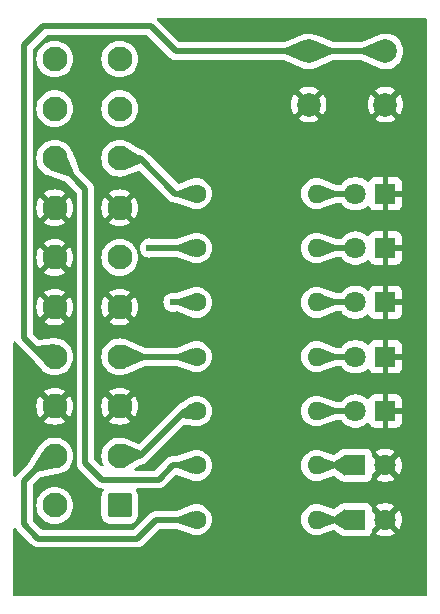
<source format=gtl>
G04 #@! TF.GenerationSoftware,KiCad,Pcbnew,8.0.5*
G04 #@! TF.CreationDate,2024-11-12T19:42:50-03:00*
G04 #@! TF.ProjectId,Teste R_pido Fonte Chaveada,54657374-6520-452e-9170-69646f20466f,rev?*
G04 #@! TF.SameCoordinates,Original*
G04 #@! TF.FileFunction,Copper,L1,Top*
G04 #@! TF.FilePolarity,Positive*
%FSLAX46Y46*%
G04 Gerber Fmt 4.6, Leading zero omitted, Abs format (unit mm)*
G04 Created by KiCad (PCBNEW 8.0.5) date 2024-11-12 19:42:50*
%MOMM*%
%LPD*%
G01*
G04 APERTURE LIST*
G04 Aperture macros list*
%AMRoundRect*
0 Rectangle with rounded corners*
0 $1 Rounding radius*
0 $2 $3 $4 $5 $6 $7 $8 $9 X,Y pos of 4 corners*
0 Add a 4 corners polygon primitive as box body*
4,1,4,$2,$3,$4,$5,$6,$7,$8,$9,$2,$3,0*
0 Add four circle primitives for the rounded corners*
1,1,$1+$1,$2,$3*
1,1,$1+$1,$4,$5*
1,1,$1+$1,$6,$7*
1,1,$1+$1,$8,$9*
0 Add four rect primitives between the rounded corners*
20,1,$1+$1,$2,$3,$4,$5,0*
20,1,$1+$1,$4,$5,$6,$7,0*
20,1,$1+$1,$6,$7,$8,$9,0*
20,1,$1+$1,$8,$9,$2,$3,0*%
G04 Aperture macros list end*
G04 #@! TA.AperFunction,ComponentPad*
%ADD10R,1.800000X1.800000*%
G04 #@! TD*
G04 #@! TA.AperFunction,ComponentPad*
%ADD11C,1.800000*%
G04 #@! TD*
G04 #@! TA.AperFunction,ComponentPad*
%ADD12C,1.600000*%
G04 #@! TD*
G04 #@! TA.AperFunction,ComponentPad*
%ADD13O,1.600000X1.600000*%
G04 #@! TD*
G04 #@! TA.AperFunction,ComponentPad*
%ADD14RoundRect,0.315000X0.735000X0.735000X-0.735000X0.735000X-0.735000X-0.735000X0.735000X-0.735000X0*%
G04 #@! TD*
G04 #@! TA.AperFunction,ComponentPad*
%ADD15C,2.100000*%
G04 #@! TD*
G04 #@! TA.AperFunction,ComponentPad*
%ADD16C,2.000000*%
G04 #@! TD*
G04 #@! TA.AperFunction,ViaPad*
%ADD17C,0.600000*%
G04 #@! TD*
G04 #@! TA.AperFunction,Conductor*
%ADD18C,0.500000*%
G04 #@! TD*
G04 APERTURE END LIST*
D10*
X131000000Y-65400000D03*
D11*
X128460000Y-65400000D03*
D10*
X131000000Y-79200000D03*
D11*
X128460000Y-79200000D03*
D10*
X131000000Y-83800000D03*
D11*
X128460000Y-83800000D03*
D12*
X115000000Y-79200000D03*
D13*
X125160000Y-79200000D03*
D12*
X115000000Y-74600000D03*
D13*
X125160000Y-74600000D03*
D12*
X115000000Y-88400000D03*
D13*
X125160000Y-88400000D03*
D10*
X128450000Y-93000000D03*
D11*
X130990000Y-93000000D03*
D12*
X115000000Y-93000000D03*
D13*
X125160000Y-93000000D03*
D12*
X115000000Y-65400000D03*
D13*
X125160000Y-65400000D03*
D14*
X108500000Y-91800000D03*
D15*
X108500000Y-87600000D03*
X108500000Y-83400000D03*
X108500000Y-79200000D03*
X108500000Y-75000000D03*
X108500000Y-70800000D03*
X108500000Y-66600000D03*
X108500000Y-62400000D03*
X108500000Y-58200000D03*
X108500000Y-54000000D03*
X103000000Y-91800000D03*
X103000000Y-87600000D03*
X103000000Y-83400000D03*
X103000000Y-79200000D03*
X103000000Y-75000000D03*
X103000000Y-70800000D03*
X103000000Y-66600000D03*
X103000000Y-62400000D03*
X103000000Y-58200000D03*
X103000000Y-54000000D03*
D12*
X115000000Y-70000000D03*
D13*
X125160000Y-70000000D03*
D10*
X128450000Y-88400000D03*
D11*
X130990000Y-88400000D03*
D10*
X131000000Y-70000000D03*
D11*
X128460000Y-70000000D03*
D10*
X131000000Y-74600000D03*
D11*
X128460000Y-74600000D03*
D12*
X115000000Y-83800000D03*
D13*
X125160000Y-83800000D03*
D16*
X131000000Y-57850000D03*
X124500000Y-57850000D03*
X131000000Y-53350000D03*
X124500000Y-53350000D03*
D17*
X113000000Y-74600000D03*
X111000000Y-70000000D03*
D18*
X125160000Y-65400000D02*
X128000000Y-65400000D01*
X125160000Y-70000000D02*
X128000000Y-70000000D01*
X100400000Y-93400000D02*
X101600000Y-94600000D01*
X102500000Y-87600000D02*
X100400000Y-89700000D01*
X110000000Y-94600000D02*
X111600000Y-93000000D01*
X103000000Y-87600000D02*
X102500000Y-87600000D01*
X111600000Y-93000000D02*
X115000000Y-93000000D01*
X101600000Y-94600000D02*
X110000000Y-94600000D01*
X100400000Y-89700000D02*
X100400000Y-93400000D01*
X103000000Y-62400000D02*
X105600000Y-65000000D01*
X111800000Y-89600000D02*
X113000000Y-88400000D01*
X105600000Y-65000000D02*
X105600000Y-88200000D01*
X113000000Y-88400000D02*
X115000000Y-88400000D01*
X105600000Y-88200000D02*
X107000000Y-89600000D01*
X107000000Y-89600000D02*
X111800000Y-89600000D01*
X113000000Y-74600000D02*
X115000000Y-74600000D01*
X108500000Y-79200000D02*
X115000000Y-79200000D01*
X114000000Y-83800000D02*
X115000000Y-83800000D01*
X110200000Y-87600000D02*
X114000000Y-83800000D01*
X108500000Y-87600000D02*
X110200000Y-87600000D01*
X111108000Y-51208000D02*
X113250000Y-53350000D01*
X103000000Y-79200000D02*
X102000000Y-79200000D01*
X123750000Y-53350000D02*
X130250000Y-53350000D01*
X100400000Y-52850000D02*
X102042000Y-51208000D01*
X113250000Y-53350000D02*
X123750000Y-53350000D01*
X102000000Y-79200000D02*
X100400000Y-77600000D01*
X100400000Y-77600000D02*
X100400000Y-52850000D01*
X102042000Y-51208000D02*
X111108000Y-51208000D01*
X125160000Y-79200000D02*
X128000000Y-79200000D01*
X125160000Y-74600000D02*
X128000000Y-74600000D01*
X125160000Y-88400000D02*
X128000000Y-88400000D01*
X125160000Y-83800000D02*
X128000000Y-83800000D01*
X125160000Y-93000000D02*
X128000000Y-93000000D01*
X110200000Y-62400000D02*
X108500000Y-62400000D01*
X115000000Y-65400000D02*
X113200000Y-65400000D01*
X113200000Y-65400000D02*
X110200000Y-62400000D01*
X111000000Y-70000000D02*
X115000000Y-70000000D01*
G04 #@! TA.AperFunction,Conductor*
G36*
X114692208Y-69265180D02*
G01*
X114698199Y-69271354D01*
X114999134Y-69995510D01*
X114999144Y-70004463D01*
X114999135Y-70004485D01*
X114999134Y-70004490D01*
X114698199Y-70728645D01*
X114691860Y-70734970D01*
X114683258Y-70735099D01*
X113407563Y-70252858D01*
X113401036Y-70246727D01*
X113400000Y-70241914D01*
X113400000Y-69758085D01*
X113403427Y-69749812D01*
X113407563Y-69747141D01*
X114683260Y-69264900D01*
X114692208Y-69265180D01*
G37*
G04 #@! TD.AperFunction*
G04 #@! TA.AperFunction,Conductor*
G36*
X124121804Y-52436925D02*
G01*
X124121809Y-52436938D01*
X124499136Y-53345513D01*
X124499145Y-53354467D01*
X124499136Y-53354487D01*
X124121809Y-54263061D01*
X124115471Y-54269388D01*
X124106517Y-54269379D01*
X124106504Y-54269374D01*
X122507200Y-53602999D01*
X122500881Y-53596654D01*
X122500000Y-53592199D01*
X122500000Y-53107800D01*
X122503427Y-53099527D01*
X122507200Y-53097000D01*
X124106504Y-52430624D01*
X124115459Y-52430606D01*
X124121804Y-52436925D01*
G37*
G04 #@! TD.AperFunction*
G04 #@! TA.AperFunction,Conductor*
G36*
X110268473Y-87174844D02*
G01*
X110272413Y-87177439D01*
X110613694Y-87518720D01*
X110617121Y-87526993D01*
X110613694Y-87535266D01*
X110611465Y-87537011D01*
X108936385Y-88547710D01*
X108927531Y-88549050D01*
X108920323Y-88543736D01*
X108919662Y-88542471D01*
X108501344Y-87605304D01*
X108501102Y-87596353D01*
X108501197Y-87596114D01*
X108897397Y-86640586D01*
X108903732Y-86634257D01*
X108912537Y-86634200D01*
X110268473Y-87174844D01*
G37*
G04 #@! TD.AperFunction*
G04 #@! TA.AperFunction,Conductor*
G36*
X126752437Y-83547141D02*
G01*
X126758964Y-83553272D01*
X126760000Y-83558085D01*
X126760000Y-84041914D01*
X126756573Y-84050187D01*
X126752437Y-84052858D01*
X125476741Y-84535099D01*
X125467791Y-84534819D01*
X125461801Y-84528646D01*
X125160864Y-83804487D01*
X125160854Y-83795538D01*
X125461801Y-83071352D01*
X125468139Y-83065029D01*
X125476739Y-83064900D01*
X126752437Y-83547141D01*
G37*
G04 #@! TD.AperFunction*
G04 #@! TA.AperFunction,Conductor*
G36*
X102995903Y-78153762D02*
G01*
X102999972Y-78161739D01*
X103000008Y-78162654D01*
X103000703Y-79195849D01*
X102997282Y-79204125D01*
X102997268Y-79204138D01*
X102266257Y-79933759D01*
X102257981Y-79937178D01*
X102249711Y-79933743D01*
X102249296Y-79933305D01*
X101081838Y-78636215D01*
X101078850Y-78627773D01*
X101082260Y-78620116D01*
X101424915Y-78277461D01*
X101432261Y-78274071D01*
X102987385Y-78150998D01*
X102995903Y-78153762D01*
G37*
G04 #@! TD.AperFunction*
G04 #@! TA.AperFunction,Conductor*
G36*
X126752437Y-78947141D02*
G01*
X126758964Y-78953272D01*
X126760000Y-78958085D01*
X126760000Y-79441914D01*
X126756573Y-79450187D01*
X126752437Y-79452858D01*
X125476741Y-79935099D01*
X125467791Y-79934819D01*
X125461801Y-79928646D01*
X125160864Y-79204487D01*
X125160854Y-79195538D01*
X125461801Y-78471352D01*
X125468139Y-78465029D01*
X125476739Y-78464900D01*
X126752437Y-78947141D01*
G37*
G04 #@! TD.AperFunction*
G04 #@! TA.AperFunction,Conductor*
G36*
X108912540Y-78234612D02*
G01*
X108912698Y-78234679D01*
X110542985Y-78946935D01*
X110549193Y-78953386D01*
X110550000Y-78957655D01*
X110550000Y-79442344D01*
X110546573Y-79450617D01*
X110542984Y-79453065D01*
X108912737Y-80165303D01*
X108903784Y-80165475D01*
X108897332Y-80159266D01*
X108897248Y-80159069D01*
X108500863Y-79204487D01*
X108500855Y-79195532D01*
X108500863Y-79195513D01*
X108604084Y-78946934D01*
X108897249Y-78240928D01*
X108903585Y-78234604D01*
X108912540Y-78234612D01*
G37*
G04 #@! TD.AperFunction*
G04 #@! TA.AperFunction,Conductor*
G36*
X127557045Y-87507037D02*
G01*
X128442712Y-88391722D01*
X128446143Y-88399994D01*
X128442721Y-88408269D01*
X128442712Y-88408278D01*
X127557045Y-89292962D01*
X127548770Y-89296384D01*
X127541926Y-89294169D01*
X126654850Y-88653502D01*
X126650149Y-88645880D01*
X126650000Y-88644017D01*
X126650000Y-88155982D01*
X126653427Y-88147709D01*
X126654850Y-88146497D01*
X127541928Y-87505829D01*
X127550639Y-87503764D01*
X127557045Y-87507037D01*
G37*
G04 #@! TD.AperFunction*
G04 #@! TA.AperFunction,Conductor*
G36*
X130621804Y-52436925D02*
G01*
X130621809Y-52436938D01*
X130999136Y-53345513D01*
X130999145Y-53354467D01*
X130999136Y-53354487D01*
X130621809Y-54263061D01*
X130615471Y-54269388D01*
X130606517Y-54269379D01*
X130606504Y-54269374D01*
X129007200Y-53602999D01*
X129000881Y-53596654D01*
X129000000Y-53592199D01*
X129000000Y-53107800D01*
X129003427Y-53099527D01*
X129007200Y-53097000D01*
X130606504Y-52430624D01*
X130615459Y-52430606D01*
X130621804Y-52436925D01*
G37*
G04 #@! TD.AperFunction*
G04 #@! TA.AperFunction,Conductor*
G36*
X127557045Y-92107037D02*
G01*
X128442712Y-92991722D01*
X128446143Y-92999994D01*
X128442721Y-93008269D01*
X128442712Y-93008278D01*
X127557045Y-93892962D01*
X127548770Y-93896384D01*
X127541926Y-93894169D01*
X126654850Y-93253502D01*
X126650149Y-93245880D01*
X126650000Y-93244017D01*
X126650000Y-92755982D01*
X126653427Y-92747709D01*
X126654850Y-92746497D01*
X127541928Y-92105829D01*
X127550639Y-92103764D01*
X127557045Y-92107037D01*
G37*
G04 #@! TD.AperFunction*
G04 #@! TA.AperFunction,Conductor*
G36*
X114692208Y-64665180D02*
G01*
X114698199Y-64671354D01*
X114999134Y-65395510D01*
X114999144Y-65404463D01*
X114999135Y-65404485D01*
X114999134Y-65404490D01*
X114698199Y-66128645D01*
X114691860Y-66134970D01*
X114683258Y-66135099D01*
X113407563Y-65652858D01*
X113401036Y-65646727D01*
X113400000Y-65641914D01*
X113400000Y-65158085D01*
X113403427Y-65149812D01*
X113407563Y-65147141D01*
X114683260Y-64664900D01*
X114692208Y-64665180D01*
G37*
G04 #@! TD.AperFunction*
G04 #@! TA.AperFunction,Conductor*
G36*
X114692208Y-92265180D02*
G01*
X114698199Y-92271354D01*
X114999134Y-92995510D01*
X114999144Y-93004463D01*
X114999135Y-93004485D01*
X114999134Y-93004490D01*
X114698199Y-93728645D01*
X114691860Y-93734970D01*
X114683258Y-93735099D01*
X113407563Y-93252858D01*
X113401036Y-93246727D01*
X113400000Y-93241914D01*
X113400000Y-92758085D01*
X113403427Y-92749812D01*
X113407563Y-92747141D01*
X114683260Y-92264900D01*
X114692208Y-92265180D01*
G37*
G04 #@! TD.AperFunction*
G04 #@! TA.AperFunction,Conductor*
G36*
X108935110Y-61451622D02*
G01*
X108936379Y-61452285D01*
X108945084Y-61457537D01*
X110611465Y-62462988D01*
X110616779Y-62470196D01*
X110615439Y-62479050D01*
X110613694Y-62481279D01*
X110272413Y-62822560D01*
X110268473Y-62825155D01*
X108912538Y-63365799D01*
X108903584Y-63365680D01*
X108897397Y-63359412D01*
X108501220Y-62403942D01*
X108501218Y-62394990D01*
X108501324Y-62394741D01*
X108919659Y-61457534D01*
X108926158Y-61451379D01*
X108935110Y-61451622D01*
G37*
G04 #@! TD.AperFunction*
G04 #@! TA.AperFunction,Conductor*
G36*
X114692208Y-78465180D02*
G01*
X114698199Y-78471354D01*
X114999134Y-79195510D01*
X114999144Y-79204463D01*
X114999135Y-79204485D01*
X114999134Y-79204490D01*
X114698199Y-79928645D01*
X114691860Y-79934970D01*
X114683258Y-79935099D01*
X113407563Y-79452858D01*
X113401036Y-79446727D01*
X113400000Y-79441914D01*
X113400000Y-78958085D01*
X113403427Y-78949812D01*
X113407563Y-78947141D01*
X114683260Y-78464900D01*
X114692208Y-78465180D01*
G37*
G04 #@! TD.AperFunction*
G04 #@! TA.AperFunction,Conductor*
G36*
X114441653Y-83241635D02*
G01*
X114997265Y-83795860D01*
X115000702Y-83804128D01*
X115000702Y-83804153D01*
X115000012Y-84586297D01*
X114996578Y-84594567D01*
X114988302Y-84597987D01*
X114986469Y-84597841D01*
X113756259Y-84401637D01*
X113749829Y-84398356D01*
X113408287Y-84056814D01*
X113404860Y-84048541D01*
X113408287Y-84040268D01*
X113409333Y-84039340D01*
X113719339Y-83795860D01*
X114426164Y-83240716D01*
X114434786Y-83238302D01*
X114441653Y-83241635D01*
G37*
G04 #@! TD.AperFunction*
G04 #@! TA.AperFunction,Conductor*
G36*
X126752437Y-88147141D02*
G01*
X126758964Y-88153272D01*
X126760000Y-88158085D01*
X126760000Y-88641914D01*
X126756573Y-88650187D01*
X126752437Y-88652858D01*
X125476741Y-89135099D01*
X125467791Y-89134819D01*
X125461801Y-89128646D01*
X125160864Y-88404487D01*
X125160854Y-88395538D01*
X125461801Y-87671352D01*
X125468139Y-87665029D01*
X125476739Y-87664900D01*
X126752437Y-88147141D01*
G37*
G04 #@! TD.AperFunction*
G04 #@! TA.AperFunction,Conductor*
G36*
X126752437Y-92747141D02*
G01*
X126758964Y-92753272D01*
X126760000Y-92758085D01*
X126760000Y-93241914D01*
X126756573Y-93250187D01*
X126752437Y-93252858D01*
X125476741Y-93735099D01*
X125467791Y-93734819D01*
X125461801Y-93728646D01*
X125160864Y-93004487D01*
X125160854Y-92995538D01*
X125461801Y-92271352D01*
X125468139Y-92265029D01*
X125476739Y-92264900D01*
X126752437Y-92747141D01*
G37*
G04 #@! TD.AperFunction*
G04 #@! TA.AperFunction,Conductor*
G36*
X114692208Y-73865180D02*
G01*
X114698199Y-73871354D01*
X114999134Y-74595510D01*
X114999144Y-74604463D01*
X114999135Y-74604485D01*
X114999134Y-74604490D01*
X114698199Y-75328645D01*
X114691860Y-75334970D01*
X114683258Y-75335099D01*
X113407563Y-74852858D01*
X113401036Y-74846727D01*
X113400000Y-74841914D01*
X113400000Y-74358085D01*
X113403427Y-74349812D01*
X113407563Y-74347141D01*
X114683260Y-73864900D01*
X114692208Y-73865180D01*
G37*
G04 #@! TD.AperFunction*
G04 #@! TA.AperFunction,Conductor*
G36*
X102039083Y-87201965D02*
G01*
X102993469Y-87596302D01*
X102999806Y-87602628D01*
X103000701Y-87607123D01*
X103000006Y-88640299D01*
X102996574Y-88648570D01*
X102990465Y-88651790D01*
X101533002Y-88925477D01*
X101524239Y-88923636D01*
X101522570Y-88922251D01*
X101179955Y-88579636D01*
X101176528Y-88571363D01*
X101178297Y-88565176D01*
X101775158Y-87607123D01*
X102024687Y-87206591D01*
X102031970Y-87201382D01*
X102039083Y-87201965D01*
G37*
G04 #@! TD.AperFunction*
G04 #@! TA.AperFunction,Conductor*
G36*
X126752437Y-74347141D02*
G01*
X126758964Y-74353272D01*
X126760000Y-74358085D01*
X126760000Y-74841914D01*
X126756573Y-74850187D01*
X126752437Y-74852858D01*
X125476741Y-75335099D01*
X125467791Y-75334819D01*
X125461801Y-75328646D01*
X125160864Y-74604487D01*
X125160854Y-74595538D01*
X125461801Y-73871352D01*
X125468139Y-73865029D01*
X125476739Y-73864900D01*
X126752437Y-74347141D01*
G37*
G04 #@! TD.AperFunction*
G04 #@! TA.AperFunction,Conductor*
G36*
X124893482Y-52430620D02*
G01*
X124893495Y-52430625D01*
X126492800Y-53097000D01*
X126499119Y-53103345D01*
X126500000Y-53107800D01*
X126500000Y-53592199D01*
X126496573Y-53600472D01*
X126492800Y-53602999D01*
X124893495Y-54269374D01*
X124884540Y-54269393D01*
X124878195Y-54263074D01*
X124878190Y-54263061D01*
X124500863Y-53354487D01*
X124500854Y-53345535D01*
X124878190Y-52436937D01*
X124884528Y-52430611D01*
X124893482Y-52430620D01*
G37*
G04 #@! TD.AperFunction*
G04 #@! TA.AperFunction,Conductor*
G36*
X126752437Y-65147141D02*
G01*
X126758964Y-65153272D01*
X126760000Y-65158085D01*
X126760000Y-65641914D01*
X126756573Y-65650187D01*
X126752437Y-65652858D01*
X125476741Y-66135099D01*
X125467791Y-66134819D01*
X125461801Y-66128646D01*
X125160864Y-65404487D01*
X125160854Y-65395538D01*
X125461801Y-64671352D01*
X125468139Y-64665029D01*
X125476739Y-64664900D01*
X126752437Y-65147141D01*
G37*
G04 #@! TD.AperFunction*
G04 #@! TA.AperFunction,Conductor*
G36*
X103968015Y-62002740D02*
G01*
X103974341Y-62009077D01*
X103974421Y-62009276D01*
X104623551Y-63665663D01*
X104623379Y-63674616D01*
X104620931Y-63678205D01*
X104278205Y-64020931D01*
X104269932Y-64024358D01*
X104265663Y-64023551D01*
X102609276Y-63374421D01*
X102602824Y-63368212D01*
X102602652Y-63359259D01*
X102602702Y-63359132D01*
X102997439Y-62403779D01*
X103003761Y-62397446D01*
X103959061Y-62002732D01*
X103968015Y-62002740D01*
G37*
G04 #@! TD.AperFunction*
G04 #@! TA.AperFunction,Conductor*
G36*
X114692208Y-87665180D02*
G01*
X114698199Y-87671354D01*
X114999134Y-88395510D01*
X114999144Y-88404463D01*
X114999135Y-88404485D01*
X114999134Y-88404490D01*
X114698199Y-89128645D01*
X114691860Y-89134970D01*
X114683258Y-89135099D01*
X113407563Y-88652858D01*
X113401036Y-88646727D01*
X113400000Y-88641914D01*
X113400000Y-88158085D01*
X113403427Y-88149812D01*
X113407563Y-88147141D01*
X114683260Y-87664900D01*
X114692208Y-87665180D01*
G37*
G04 #@! TD.AperFunction*
G04 #@! TA.AperFunction,Conductor*
G36*
X126752437Y-69747141D02*
G01*
X126758964Y-69753272D01*
X126760000Y-69758085D01*
X126760000Y-70241914D01*
X126756573Y-70250187D01*
X126752437Y-70252858D01*
X125476741Y-70735099D01*
X125467791Y-70734819D01*
X125461801Y-70728646D01*
X125160864Y-70004487D01*
X125160854Y-69995538D01*
X125461801Y-69271352D01*
X125468139Y-69265029D01*
X125476739Y-69264900D01*
X126752437Y-69747141D01*
G37*
G04 #@! TD.AperFunction*
G04 #@! TA.AperFunction,Conductor*
G36*
X134442539Y-50520185D02*
G01*
X134488294Y-50572989D01*
X134499500Y-50624500D01*
X134499500Y-99375500D01*
X134479815Y-99442539D01*
X134427011Y-99488294D01*
X134375500Y-99499500D01*
X99624500Y-99499500D01*
X99557461Y-99479815D01*
X99511706Y-99427011D01*
X99500500Y-99375500D01*
X99500500Y-93811969D01*
X99520185Y-93744930D01*
X99572989Y-93699175D01*
X99642147Y-93689231D01*
X99705703Y-93718256D01*
X99731442Y-93750489D01*
X99731532Y-93750430D01*
X99732233Y-93751480D01*
X99733857Y-93753513D01*
X99734914Y-93755491D01*
X99734916Y-93755495D01*
X99744787Y-93770268D01*
X99763326Y-93798013D01*
X99763327Y-93798015D01*
X99817043Y-93878410D01*
X99817047Y-93878415D01*
X99817048Y-93878416D01*
X101017049Y-95078416D01*
X101121583Y-95182950D01*
X101121585Y-95182952D01*
X101244498Y-95265080D01*
X101244511Y-95265087D01*
X101381082Y-95321656D01*
X101381087Y-95321658D01*
X101381091Y-95321658D01*
X101381092Y-95321659D01*
X101526079Y-95350500D01*
X101526082Y-95350500D01*
X110073920Y-95350500D01*
X110171462Y-95331096D01*
X110218913Y-95321658D01*
X110355495Y-95265084D01*
X110404729Y-95232186D01*
X110478416Y-95182952D01*
X111874549Y-93786819D01*
X111935872Y-93753334D01*
X111962230Y-93750500D01*
X113271766Y-93750500D01*
X113315610Y-93758510D01*
X114504513Y-94207942D01*
X114526470Y-94215121D01*
X114540330Y-94220596D01*
X114553502Y-94226738D01*
X114553504Y-94226739D01*
X114773308Y-94285635D01*
X114935230Y-94299801D01*
X114999998Y-94305468D01*
X115000000Y-94305468D01*
X115000002Y-94305468D01*
X115056673Y-94300509D01*
X115226692Y-94285635D01*
X115446496Y-94226739D01*
X115652734Y-94130568D01*
X115839139Y-94000047D01*
X116000047Y-93839139D01*
X116130568Y-93652734D01*
X116226739Y-93446496D01*
X116285635Y-93226692D01*
X116305468Y-93000000D01*
X116305468Y-92999998D01*
X123854532Y-92999998D01*
X123854532Y-93000001D01*
X123874364Y-93226686D01*
X123874366Y-93226697D01*
X123933258Y-93446488D01*
X123933261Y-93446497D01*
X124029431Y-93652732D01*
X124029432Y-93652734D01*
X124159954Y-93839141D01*
X124320858Y-94000045D01*
X124320861Y-94000047D01*
X124507266Y-94130568D01*
X124713504Y-94226739D01*
X124933308Y-94285635D01*
X125095230Y-94299801D01*
X125159998Y-94305468D01*
X125160000Y-94305468D01*
X125160002Y-94305468D01*
X125216673Y-94300509D01*
X125386692Y-94285635D01*
X125606496Y-94226739D01*
X125626623Y-94217353D01*
X125652150Y-94208683D01*
X125655486Y-94207942D01*
X126549850Y-93869852D01*
X126619514Y-93864560D01*
X126666292Y-93885317D01*
X127245960Y-94303967D01*
X127245973Y-94303976D01*
X127257079Y-94311773D01*
X127257082Y-94311774D01*
X127257083Y-94311775D01*
X127269288Y-94317758D01*
X127289011Y-94329829D01*
X127307669Y-94343796D01*
X127307673Y-94343798D01*
X127363516Y-94364626D01*
X127374765Y-94369467D01*
X127386262Y-94375103D01*
X127386269Y-94375105D01*
X127386274Y-94375108D01*
X127389696Y-94376215D01*
X127393111Y-94377321D01*
X127393114Y-94377321D01*
X127393118Y-94377323D01*
X127400029Y-94379058D01*
X127413151Y-94383138D01*
X127442517Y-94394091D01*
X127502127Y-94400500D01*
X129397872Y-94400499D01*
X129457483Y-94394091D01*
X129592331Y-94343796D01*
X129707546Y-94257546D01*
X129793796Y-94142331D01*
X129844091Y-94007483D01*
X129850500Y-93947873D01*
X129850499Y-93837304D01*
X129870183Y-93770268D01*
X129886818Y-93749626D01*
X130547861Y-93088584D01*
X130570667Y-93173694D01*
X130629910Y-93276306D01*
X130713694Y-93360090D01*
X130816306Y-93419333D01*
X130901414Y-93442138D01*
X130191201Y-94152351D01*
X130221649Y-94176050D01*
X130425697Y-94286476D01*
X130425706Y-94286479D01*
X130645139Y-94361811D01*
X130873993Y-94400000D01*
X131106007Y-94400000D01*
X131334860Y-94361811D01*
X131554293Y-94286479D01*
X131554301Y-94286476D01*
X131758355Y-94176047D01*
X131788797Y-94152351D01*
X131788798Y-94152350D01*
X131078585Y-93442137D01*
X131163694Y-93419333D01*
X131266306Y-93360090D01*
X131350090Y-93276306D01*
X131409333Y-93173694D01*
X131432138Y-93088585D01*
X132141186Y-93797633D01*
X132225482Y-93668611D01*
X132318682Y-93456135D01*
X132375638Y-93231218D01*
X132394798Y-93000005D01*
X132394798Y-92999994D01*
X132375638Y-92768781D01*
X132318682Y-92543864D01*
X132225484Y-92331393D01*
X132141186Y-92202365D01*
X131432137Y-92911414D01*
X131409333Y-92826306D01*
X131350090Y-92723694D01*
X131266306Y-92639910D01*
X131163694Y-92580667D01*
X131078584Y-92557861D01*
X131788797Y-91847647D01*
X131788797Y-91847645D01*
X131758360Y-91823955D01*
X131758354Y-91823951D01*
X131554302Y-91713523D01*
X131554293Y-91713520D01*
X131334860Y-91638188D01*
X131106007Y-91600000D01*
X130873993Y-91600000D01*
X130645139Y-91638188D01*
X130425706Y-91713520D01*
X130425697Y-91713523D01*
X130221650Y-91823949D01*
X130191200Y-91847647D01*
X130901415Y-92557861D01*
X130816306Y-92580667D01*
X130713694Y-92639910D01*
X130629910Y-92723694D01*
X130570667Y-92826306D01*
X130547861Y-92911415D01*
X129886818Y-92250372D01*
X129853333Y-92189049D01*
X129850499Y-92162691D01*
X129850499Y-92052129D01*
X129850498Y-92052123D01*
X129849549Y-92043297D01*
X129844091Y-91992517D01*
X129798183Y-91869432D01*
X129793797Y-91857671D01*
X129793793Y-91857664D01*
X129707547Y-91742455D01*
X129707544Y-91742452D01*
X129592335Y-91656206D01*
X129592328Y-91656202D01*
X129457482Y-91605908D01*
X129457483Y-91605908D01*
X129397883Y-91599501D01*
X129397881Y-91599500D01*
X129397873Y-91599500D01*
X129397865Y-91599500D01*
X127590651Y-91599500D01*
X127584117Y-91599328D01*
X127577331Y-91598969D01*
X127576986Y-91599001D01*
X127565878Y-91599500D01*
X127502131Y-91599500D01*
X127502124Y-91599501D01*
X127442513Y-91605909D01*
X127408552Y-91618575D01*
X127400248Y-91621343D01*
X127373407Y-91629246D01*
X127364164Y-91634089D01*
X127349952Y-91640432D01*
X127307671Y-91656202D01*
X127307668Y-91656203D01*
X127282256Y-91675225D01*
X127265517Y-91685781D01*
X127245963Y-91696029D01*
X126666293Y-92114680D01*
X126600420Y-92137973D01*
X126549846Y-92130145D01*
X125655491Y-91792059D01*
X125646407Y-91789088D01*
X125633533Y-91784879D01*
X125619675Y-91779406D01*
X125606495Y-91773260D01*
X125386697Y-91714366D01*
X125386693Y-91714365D01*
X125386692Y-91714365D01*
X125386691Y-91714364D01*
X125386686Y-91714364D01*
X125160002Y-91694532D01*
X125159998Y-91694532D01*
X124933313Y-91714364D01*
X124933302Y-91714366D01*
X124713511Y-91773258D01*
X124713502Y-91773261D01*
X124507267Y-91869431D01*
X124507265Y-91869432D01*
X124320858Y-91999954D01*
X124159954Y-92160858D01*
X124029432Y-92347265D01*
X124029431Y-92347267D01*
X123933261Y-92553502D01*
X123933258Y-92553511D01*
X123874366Y-92773302D01*
X123874364Y-92773313D01*
X123854532Y-92999998D01*
X116305468Y-92999998D01*
X116305467Y-92999994D01*
X116295938Y-92891071D01*
X116285635Y-92773308D01*
X116226739Y-92553504D01*
X116130568Y-92347266D01*
X116000047Y-92160861D01*
X116000045Y-92160858D01*
X115839141Y-91999954D01*
X115652734Y-91869432D01*
X115652732Y-91869431D01*
X115446497Y-91773261D01*
X115446488Y-91773258D01*
X115226697Y-91714366D01*
X115226693Y-91714365D01*
X115226692Y-91714365D01*
X115226691Y-91714364D01*
X115226686Y-91714364D01*
X115000002Y-91694532D01*
X114999998Y-91694532D01*
X114773313Y-91714364D01*
X114773302Y-91714366D01*
X114553502Y-91773261D01*
X114533371Y-91782648D01*
X114507879Y-91791309D01*
X114504525Y-91792054D01*
X114504499Y-91792062D01*
X113315609Y-92241489D01*
X113271763Y-92249500D01*
X111526076Y-92249500D01*
X111497242Y-92255234D01*
X111497243Y-92255235D01*
X111381093Y-92278339D01*
X111381083Y-92278342D01*
X111301081Y-92311479D01*
X111301082Y-92311480D01*
X111244506Y-92334915D01*
X111204474Y-92361664D01*
X111121582Y-92417049D01*
X111121581Y-92417050D01*
X109725451Y-93813181D01*
X109664128Y-93846666D01*
X109637770Y-93849500D01*
X101962229Y-93849500D01*
X101895190Y-93829815D01*
X101874548Y-93813181D01*
X101186819Y-93125451D01*
X101153334Y-93064128D01*
X101150500Y-93037770D01*
X101150500Y-91800000D01*
X101444706Y-91800000D01*
X101463853Y-92043297D01*
X101463853Y-92043300D01*
X101463854Y-92043302D01*
X101520282Y-92278339D01*
X101520830Y-92280619D01*
X101614222Y-92506089D01*
X101741737Y-92714173D01*
X101741738Y-92714176D01*
X101788375Y-92768781D01*
X101900241Y-92899759D01*
X102017610Y-93000001D01*
X102085823Y-93058261D01*
X102085826Y-93058262D01*
X102293910Y-93185777D01*
X102392689Y-93226692D01*
X102507838Y-93274388D01*
X102519381Y-93279169D01*
X102519378Y-93279169D01*
X102519384Y-93279170D01*
X102519388Y-93279172D01*
X102756698Y-93336146D01*
X103000000Y-93355294D01*
X103243302Y-93336146D01*
X103480612Y-93279172D01*
X103706089Y-93185777D01*
X103914179Y-93058259D01*
X104099759Y-92899759D01*
X104258259Y-92714179D01*
X104385777Y-92506089D01*
X104479172Y-92280612D01*
X104536146Y-92043302D01*
X104555294Y-91800000D01*
X104536146Y-91556698D01*
X104479172Y-91319388D01*
X104385777Y-91093911D01*
X104385777Y-91093910D01*
X104258262Y-90885826D01*
X104258261Y-90885823D01*
X104222453Y-90843897D01*
X104099759Y-90700241D01*
X103927748Y-90553330D01*
X103914176Y-90541738D01*
X103914173Y-90541737D01*
X103706089Y-90414222D01*
X103480618Y-90320830D01*
X103480621Y-90320830D01*
X103374992Y-90295470D01*
X103243302Y-90263854D01*
X103243300Y-90263853D01*
X103243297Y-90263853D01*
X103000000Y-90244706D01*
X102756702Y-90263853D01*
X102519380Y-90320830D01*
X102293910Y-90414222D01*
X102085826Y-90541737D01*
X102085823Y-90541738D01*
X101900241Y-90700241D01*
X101741738Y-90885823D01*
X101741737Y-90885826D01*
X101614222Y-91093910D01*
X101520830Y-91319380D01*
X101463853Y-91556702D01*
X101444706Y-91800000D01*
X101150500Y-91800000D01*
X101150500Y-90062228D01*
X101170185Y-89995189D01*
X101186815Y-89974551D01*
X101738037Y-89423328D01*
X101799358Y-89389845D01*
X101802778Y-89389151D01*
X103076358Y-89149995D01*
X103089487Y-89148250D01*
X103243302Y-89136146D01*
X103480612Y-89079172D01*
X103706089Y-88985777D01*
X103914179Y-88858259D01*
X104099759Y-88699759D01*
X104258259Y-88514179D01*
X104385777Y-88306089D01*
X104479172Y-88080612D01*
X104536146Y-87843302D01*
X104555294Y-87600000D01*
X104536146Y-87356698D01*
X104479172Y-87119388D01*
X104477092Y-87114366D01*
X104385777Y-86893910D01*
X104258262Y-86685826D01*
X104258261Y-86685823D01*
X104172060Y-86584895D01*
X104099759Y-86500241D01*
X103977063Y-86395449D01*
X103914176Y-86341738D01*
X103914173Y-86341737D01*
X103706089Y-86214222D01*
X103480618Y-86120830D01*
X103480621Y-86120830D01*
X103374992Y-86095470D01*
X103243302Y-86063854D01*
X103243300Y-86063853D01*
X103243297Y-86063853D01*
X103000000Y-86044706D01*
X102756702Y-86063853D01*
X102519380Y-86120830D01*
X102293910Y-86214222D01*
X102085826Y-86341737D01*
X102085823Y-86341738D01*
X101900241Y-86500241D01*
X101741738Y-86685823D01*
X101741737Y-86685826D01*
X101614226Y-86893904D01*
X101614223Y-86893910D01*
X101598912Y-86930873D01*
X101589599Y-86948985D01*
X101346108Y-87339828D01*
X101346107Y-87339828D01*
X100770797Y-88263285D01*
X100753232Y-88285398D01*
X99817047Y-89221584D01*
X99817045Y-89221586D01*
X99787444Y-89265891D01*
X99787442Y-89265894D01*
X99734913Y-89344508D01*
X99733856Y-89346487D01*
X99733029Y-89347328D01*
X99731531Y-89349571D01*
X99731105Y-89349286D01*
X99684892Y-89396330D01*
X99616754Y-89411788D01*
X99551075Y-89387954D01*
X99508708Y-89332395D01*
X99500500Y-89288030D01*
X99500500Y-83400000D01*
X101445207Y-83400000D01*
X101464348Y-83643219D01*
X101521303Y-83880457D01*
X101614668Y-84105861D01*
X101738504Y-84307941D01*
X102360689Y-83685755D01*
X102379668Y-83731574D01*
X102456274Y-83846224D01*
X102553776Y-83943726D01*
X102668426Y-84020332D01*
X102714242Y-84039309D01*
X102092057Y-84661494D01*
X102294138Y-84785331D01*
X102519542Y-84878696D01*
X102756780Y-84935651D01*
X102756779Y-84935651D01*
X103000000Y-84954792D01*
X103243219Y-84935651D01*
X103480457Y-84878696D01*
X103705861Y-84785331D01*
X103907941Y-84661495D01*
X103907941Y-84661494D01*
X103285757Y-84039309D01*
X103331574Y-84020332D01*
X103446224Y-83943726D01*
X103543726Y-83846224D01*
X103620332Y-83731574D01*
X103639309Y-83685756D01*
X104261494Y-84307941D01*
X104261495Y-84307941D01*
X104385331Y-84105861D01*
X104478696Y-83880457D01*
X104535651Y-83643219D01*
X104554792Y-83400000D01*
X104535651Y-83156780D01*
X104478696Y-82919542D01*
X104385331Y-82694138D01*
X104261494Y-82492057D01*
X103639309Y-83114242D01*
X103620332Y-83068426D01*
X103543726Y-82953776D01*
X103446224Y-82856274D01*
X103331574Y-82779668D01*
X103285756Y-82760689D01*
X103907941Y-82138504D01*
X103705861Y-82014668D01*
X103480457Y-81921303D01*
X103243219Y-81864348D01*
X103243220Y-81864348D01*
X103000000Y-81845207D01*
X102756780Y-81864348D01*
X102519542Y-81921303D01*
X102294138Y-82014668D01*
X102092057Y-82138504D01*
X102714243Y-82760689D01*
X102668426Y-82779668D01*
X102553776Y-82856274D01*
X102456274Y-82953776D01*
X102379668Y-83068426D01*
X102360690Y-83114243D01*
X101738504Y-82492057D01*
X101614668Y-82694138D01*
X101521303Y-82919542D01*
X101464348Y-83156780D01*
X101445207Y-83400000D01*
X99500500Y-83400000D01*
X99500500Y-78011969D01*
X99520185Y-77944930D01*
X99572989Y-77899175D01*
X99642147Y-77889231D01*
X99705703Y-77918256D01*
X99731439Y-77950488D01*
X99731530Y-77950428D01*
X99732243Y-77951495D01*
X99733863Y-77953524D01*
X99734914Y-77955491D01*
X99734916Y-77955495D01*
X99754527Y-77984845D01*
X99754528Y-77984848D01*
X99817046Y-78078414D01*
X99817052Y-78078421D01*
X100683521Y-78944889D01*
X100698873Y-78963576D01*
X100706114Y-78974389D01*
X101341757Y-79680612D01*
X101873605Y-80271516D01*
X101882356Y-80280991D01*
X101882753Y-80281410D01*
X101882754Y-80281411D01*
X101882758Y-80281414D01*
X101882764Y-80281421D01*
X101885989Y-80284400D01*
X101896117Y-80294932D01*
X101900239Y-80299757D01*
X101929839Y-80325038D01*
X101933364Y-80328170D01*
X101935535Y-80329903D01*
X102085821Y-80458259D01*
X102085823Y-80458260D01*
X102085824Y-80458261D01*
X102085826Y-80458262D01*
X102293910Y-80585777D01*
X102519381Y-80679169D01*
X102519378Y-80679169D01*
X102519384Y-80679170D01*
X102519388Y-80679172D01*
X102756698Y-80736146D01*
X103000000Y-80755294D01*
X103243302Y-80736146D01*
X103480612Y-80679172D01*
X103706089Y-80585777D01*
X103914179Y-80458259D01*
X104099759Y-80299759D01*
X104258259Y-80114179D01*
X104385777Y-79906089D01*
X104479172Y-79680612D01*
X104536146Y-79443302D01*
X104555294Y-79200000D01*
X104536146Y-78956698D01*
X104479172Y-78719388D01*
X104407878Y-78547267D01*
X104385777Y-78493910D01*
X104258262Y-78285826D01*
X104258261Y-78285823D01*
X104185318Y-78200418D01*
X104099759Y-78100241D01*
X103951081Y-77973258D01*
X103914176Y-77941738D01*
X103914173Y-77941737D01*
X103706089Y-77814222D01*
X103480618Y-77720830D01*
X103480621Y-77720830D01*
X103374992Y-77695470D01*
X103243302Y-77663854D01*
X103243300Y-77663853D01*
X103243297Y-77663853D01*
X103068171Y-77650071D01*
X103000000Y-77644706D01*
X102999998Y-77644706D01*
X102999997Y-77644706D01*
X102968679Y-77647170D01*
X102951059Y-77647300D01*
X102947511Y-77647073D01*
X101670995Y-77748096D01*
X101602611Y-77733761D01*
X101573531Y-77712163D01*
X101186819Y-77325451D01*
X101153334Y-77264128D01*
X101150500Y-77237770D01*
X101150500Y-75000000D01*
X101445207Y-75000000D01*
X101464348Y-75243219D01*
X101521303Y-75480457D01*
X101614668Y-75705861D01*
X101738504Y-75907941D01*
X102360689Y-75285755D01*
X102379668Y-75331574D01*
X102456274Y-75446224D01*
X102553776Y-75543726D01*
X102668426Y-75620332D01*
X102714242Y-75639309D01*
X102092057Y-76261494D01*
X102294138Y-76385331D01*
X102519542Y-76478696D01*
X102756780Y-76535651D01*
X102756779Y-76535651D01*
X103000000Y-76554792D01*
X103243219Y-76535651D01*
X103480457Y-76478696D01*
X103705861Y-76385331D01*
X103907941Y-76261495D01*
X103907941Y-76261494D01*
X103285757Y-75639309D01*
X103331574Y-75620332D01*
X103446224Y-75543726D01*
X103543726Y-75446224D01*
X103620332Y-75331574D01*
X103639309Y-75285756D01*
X104261494Y-75907941D01*
X104261495Y-75907941D01*
X104385331Y-75705861D01*
X104478696Y-75480457D01*
X104535651Y-75243219D01*
X104554792Y-75000000D01*
X104535651Y-74756780D01*
X104478696Y-74519542D01*
X104385331Y-74294138D01*
X104261494Y-74092057D01*
X103639309Y-74714242D01*
X103620332Y-74668426D01*
X103543726Y-74553776D01*
X103446224Y-74456274D01*
X103331574Y-74379668D01*
X103285756Y-74360689D01*
X103907941Y-73738504D01*
X103705861Y-73614668D01*
X103480457Y-73521303D01*
X103243219Y-73464348D01*
X103243220Y-73464348D01*
X103000000Y-73445207D01*
X102756780Y-73464348D01*
X102519542Y-73521303D01*
X102294138Y-73614668D01*
X102092057Y-73738504D01*
X102714243Y-74360689D01*
X102668426Y-74379668D01*
X102553776Y-74456274D01*
X102456274Y-74553776D01*
X102379668Y-74668426D01*
X102360690Y-74714243D01*
X101738504Y-74092057D01*
X101614668Y-74294138D01*
X101521303Y-74519542D01*
X101464348Y-74756780D01*
X101445207Y-75000000D01*
X101150500Y-75000000D01*
X101150500Y-70800000D01*
X101445207Y-70800000D01*
X101464348Y-71043219D01*
X101521303Y-71280457D01*
X101614668Y-71505861D01*
X101738504Y-71707941D01*
X102360689Y-71085755D01*
X102379668Y-71131574D01*
X102456274Y-71246224D01*
X102553776Y-71343726D01*
X102668426Y-71420332D01*
X102714242Y-71439309D01*
X102092057Y-72061494D01*
X102294138Y-72185331D01*
X102519542Y-72278696D01*
X102756780Y-72335651D01*
X102756779Y-72335651D01*
X103000000Y-72354792D01*
X103243219Y-72335651D01*
X103480457Y-72278696D01*
X103705861Y-72185331D01*
X103907941Y-72061495D01*
X103907941Y-72061494D01*
X103285757Y-71439309D01*
X103331574Y-71420332D01*
X103446224Y-71343726D01*
X103543726Y-71246224D01*
X103620332Y-71131574D01*
X103639309Y-71085756D01*
X104261494Y-71707941D01*
X104261495Y-71707941D01*
X104385331Y-71505861D01*
X104478696Y-71280457D01*
X104535651Y-71043219D01*
X104554792Y-70800000D01*
X104535651Y-70556780D01*
X104478696Y-70319542D01*
X104385331Y-70094138D01*
X104261494Y-69892057D01*
X103639309Y-70514242D01*
X103620332Y-70468426D01*
X103543726Y-70353776D01*
X103446224Y-70256274D01*
X103331574Y-70179668D01*
X103285756Y-70160689D01*
X103907941Y-69538504D01*
X103705861Y-69414668D01*
X103480457Y-69321303D01*
X103243219Y-69264348D01*
X103243220Y-69264348D01*
X103000000Y-69245207D01*
X102756780Y-69264348D01*
X102519542Y-69321303D01*
X102294138Y-69414668D01*
X102092057Y-69538504D01*
X102714243Y-70160689D01*
X102668426Y-70179668D01*
X102553776Y-70256274D01*
X102456274Y-70353776D01*
X102379668Y-70468426D01*
X102360690Y-70514243D01*
X101738504Y-69892057D01*
X101614668Y-70094138D01*
X101521303Y-70319542D01*
X101464348Y-70556780D01*
X101445207Y-70800000D01*
X101150500Y-70800000D01*
X101150500Y-66600000D01*
X101445207Y-66600000D01*
X101464348Y-66843219D01*
X101521303Y-67080457D01*
X101614668Y-67305861D01*
X101738504Y-67507941D01*
X102360689Y-66885755D01*
X102379668Y-66931574D01*
X102456274Y-67046224D01*
X102553776Y-67143726D01*
X102668426Y-67220332D01*
X102714242Y-67239309D01*
X102092057Y-67861494D01*
X102294138Y-67985331D01*
X102519542Y-68078696D01*
X102756780Y-68135651D01*
X102756779Y-68135651D01*
X103000000Y-68154792D01*
X103243219Y-68135651D01*
X103480457Y-68078696D01*
X103705861Y-67985331D01*
X103907941Y-67861495D01*
X103907941Y-67861494D01*
X103285757Y-67239309D01*
X103331574Y-67220332D01*
X103446224Y-67143726D01*
X103543726Y-67046224D01*
X103620332Y-66931574D01*
X103639309Y-66885756D01*
X104261494Y-67507941D01*
X104261495Y-67507941D01*
X104385331Y-67305861D01*
X104478696Y-67080457D01*
X104535651Y-66843219D01*
X104554792Y-66600000D01*
X104535651Y-66356780D01*
X104478696Y-66119542D01*
X104385331Y-65894138D01*
X104261494Y-65692057D01*
X103639309Y-66314242D01*
X103620332Y-66268426D01*
X103543726Y-66153776D01*
X103446224Y-66056274D01*
X103331574Y-65979668D01*
X103285756Y-65960689D01*
X103907941Y-65338504D01*
X103705861Y-65214668D01*
X103480457Y-65121303D01*
X103243219Y-65064348D01*
X103243220Y-65064348D01*
X103000000Y-65045207D01*
X102756780Y-65064348D01*
X102519542Y-65121303D01*
X102294138Y-65214668D01*
X102092057Y-65338504D01*
X102714243Y-65960689D01*
X102668426Y-65979668D01*
X102553776Y-66056274D01*
X102456274Y-66153776D01*
X102379668Y-66268426D01*
X102360690Y-66314243D01*
X101738504Y-65692057D01*
X101614668Y-65894138D01*
X101521303Y-66119542D01*
X101464348Y-66356780D01*
X101445207Y-66600000D01*
X101150500Y-66600000D01*
X101150500Y-62400000D01*
X101444706Y-62400000D01*
X101463853Y-62643297D01*
X101520830Y-62880619D01*
X101614222Y-63106089D01*
X101741737Y-63314173D01*
X101741738Y-63314176D01*
X101741741Y-63314179D01*
X101900241Y-63499759D01*
X102043897Y-63622453D01*
X102085823Y-63658261D01*
X102085825Y-63658261D01*
X102293911Y-63785777D01*
X102384746Y-63823401D01*
X102398497Y-63830121D01*
X102424831Y-63845070D01*
X103977533Y-64453565D01*
X104019968Y-64481335D01*
X104813181Y-65274548D01*
X104846666Y-65335871D01*
X104849500Y-65362229D01*
X104849500Y-88273918D01*
X104849500Y-88273920D01*
X104849499Y-88273920D01*
X104878340Y-88418907D01*
X104878343Y-88418917D01*
X104934913Y-88555490D01*
X104934914Y-88555492D01*
X104960090Y-88593170D01*
X104960091Y-88593172D01*
X105017043Y-88678410D01*
X105017047Y-88678415D01*
X106521586Y-90182954D01*
X106551058Y-90202645D01*
X106595270Y-90232186D01*
X106644505Y-90265084D01*
X106644506Y-90265084D01*
X106644507Y-90265085D01*
X106644509Y-90265086D01*
X106779083Y-90320828D01*
X106781087Y-90321658D01*
X106781091Y-90321658D01*
X106781092Y-90321659D01*
X106926079Y-90350500D01*
X106926082Y-90350500D01*
X106926083Y-90350500D01*
X107027643Y-90350500D01*
X107094682Y-90370185D01*
X107140437Y-90422989D01*
X107150381Y-90492147D01*
X107126612Y-90547132D01*
X107127087Y-90547431D01*
X107125153Y-90550508D01*
X107124588Y-90551816D01*
X107123379Y-90553330D01*
X107025611Y-90708927D01*
X106964914Y-90882391D01*
X106949500Y-91019199D01*
X106949500Y-92580800D01*
X106964914Y-92717608D01*
X106964915Y-92717613D01*
X106964916Y-92717614D01*
X106978350Y-92756007D01*
X107025611Y-92891072D01*
X107117788Y-93037770D01*
X107123382Y-93046673D01*
X107253327Y-93176618D01*
X107408929Y-93274389D01*
X107582386Y-93335084D01*
X107582389Y-93335084D01*
X107582391Y-93335085D01*
X107650795Y-93342792D01*
X107719199Y-93350499D01*
X107719200Y-93350500D01*
X107719204Y-93350500D01*
X109280800Y-93350500D01*
X109280800Y-93350499D01*
X109366856Y-93340803D01*
X109417608Y-93335085D01*
X109417609Y-93335084D01*
X109417614Y-93335084D01*
X109591071Y-93274389D01*
X109746673Y-93176618D01*
X109876618Y-93046673D01*
X109974389Y-92891071D01*
X110035084Y-92717614D01*
X110035472Y-92714176D01*
X110043839Y-92639910D01*
X110050500Y-92580796D01*
X110050500Y-91019204D01*
X110035472Y-90885826D01*
X110035085Y-90882391D01*
X110035084Y-90882389D01*
X110035084Y-90882386D01*
X109974389Y-90708929D01*
X109876618Y-90553327D01*
X109876616Y-90553325D01*
X109875412Y-90551816D01*
X109874936Y-90550651D01*
X109872913Y-90547431D01*
X109873477Y-90547076D01*
X109849002Y-90487130D01*
X109861756Y-90418434D01*
X109909625Y-90367539D01*
X109972357Y-90350500D01*
X111873920Y-90350500D01*
X111971462Y-90331096D01*
X112018913Y-90321658D01*
X112155495Y-90265084D01*
X112204729Y-90232186D01*
X112204734Y-90232183D01*
X112229071Y-90215921D01*
X112278416Y-90182952D01*
X113249733Y-89211632D01*
X113311054Y-89178149D01*
X113380745Y-89183133D01*
X113381094Y-89183264D01*
X114504513Y-89607942D01*
X114526470Y-89615121D01*
X114540330Y-89620596D01*
X114552095Y-89626082D01*
X114553504Y-89626739D01*
X114773308Y-89685635D01*
X114935230Y-89699801D01*
X114999998Y-89705468D01*
X115000000Y-89705468D01*
X115000002Y-89705468D01*
X115056673Y-89700509D01*
X115226692Y-89685635D01*
X115446496Y-89626739D01*
X115652734Y-89530568D01*
X115839139Y-89400047D01*
X116000047Y-89239139D01*
X116130568Y-89052734D01*
X116226739Y-88846496D01*
X116285635Y-88626692D01*
X116305468Y-88400000D01*
X116305468Y-88399998D01*
X123854532Y-88399998D01*
X123854532Y-88400001D01*
X123874364Y-88626686D01*
X123874366Y-88626697D01*
X123933258Y-88846488D01*
X123933261Y-88846497D01*
X124029431Y-89052732D01*
X124029432Y-89052734D01*
X124159954Y-89239141D01*
X124320858Y-89400045D01*
X124320861Y-89400047D01*
X124507266Y-89530568D01*
X124713504Y-89626739D01*
X124933308Y-89685635D01*
X125095230Y-89699801D01*
X125159998Y-89705468D01*
X125160000Y-89705468D01*
X125160002Y-89705468D01*
X125216673Y-89700509D01*
X125386692Y-89685635D01*
X125606496Y-89626739D01*
X125626623Y-89617353D01*
X125652150Y-89608683D01*
X125655486Y-89607942D01*
X126549850Y-89269852D01*
X126619514Y-89264560D01*
X126666292Y-89285317D01*
X127245960Y-89703967D01*
X127245973Y-89703976D01*
X127257079Y-89711773D01*
X127257082Y-89711774D01*
X127257083Y-89711775D01*
X127269288Y-89717758D01*
X127289011Y-89729829D01*
X127307669Y-89743796D01*
X127307673Y-89743798D01*
X127363516Y-89764626D01*
X127374765Y-89769467D01*
X127386262Y-89775103D01*
X127386269Y-89775105D01*
X127386274Y-89775108D01*
X127389696Y-89776215D01*
X127393111Y-89777321D01*
X127393114Y-89777321D01*
X127393118Y-89777323D01*
X127400029Y-89779058D01*
X127413151Y-89783138D01*
X127442517Y-89794091D01*
X127502127Y-89800500D01*
X129397872Y-89800499D01*
X129457483Y-89794091D01*
X129592331Y-89743796D01*
X129707546Y-89657546D01*
X129793796Y-89542331D01*
X129844091Y-89407483D01*
X129850500Y-89347873D01*
X129850499Y-89237304D01*
X129870183Y-89170268D01*
X129886818Y-89149626D01*
X130547861Y-88488584D01*
X130570667Y-88573694D01*
X130629910Y-88676306D01*
X130713694Y-88760090D01*
X130816306Y-88819333D01*
X130901414Y-88842138D01*
X130191201Y-89552351D01*
X130221649Y-89576050D01*
X130425697Y-89686476D01*
X130425706Y-89686479D01*
X130645139Y-89761811D01*
X130873993Y-89800000D01*
X131106007Y-89800000D01*
X131334860Y-89761811D01*
X131554293Y-89686479D01*
X131554301Y-89686476D01*
X131758355Y-89576047D01*
X131788797Y-89552351D01*
X131788798Y-89552350D01*
X131078585Y-88842137D01*
X131163694Y-88819333D01*
X131266306Y-88760090D01*
X131350090Y-88676306D01*
X131409333Y-88573694D01*
X131432138Y-88488585D01*
X132141186Y-89197633D01*
X132225482Y-89068611D01*
X132318682Y-88856135D01*
X132375638Y-88631218D01*
X132394798Y-88400005D01*
X132394798Y-88399994D01*
X132375638Y-88168781D01*
X132318682Y-87943864D01*
X132225484Y-87731393D01*
X132141186Y-87602365D01*
X131432137Y-88311414D01*
X131409333Y-88226306D01*
X131350090Y-88123694D01*
X131266306Y-88039910D01*
X131163694Y-87980667D01*
X131078584Y-87957861D01*
X131788797Y-87247647D01*
X131788797Y-87247645D01*
X131758360Y-87223955D01*
X131758354Y-87223951D01*
X131554302Y-87113523D01*
X131554293Y-87113520D01*
X131334860Y-87038188D01*
X131106007Y-87000000D01*
X130873993Y-87000000D01*
X130645139Y-87038188D01*
X130425706Y-87113520D01*
X130425697Y-87113523D01*
X130221650Y-87223949D01*
X130191200Y-87247647D01*
X130901415Y-87957861D01*
X130816306Y-87980667D01*
X130713694Y-88039910D01*
X130629910Y-88123694D01*
X130570667Y-88226306D01*
X130547861Y-88311415D01*
X129886818Y-87650372D01*
X129853333Y-87589049D01*
X129850499Y-87562691D01*
X129850499Y-87452129D01*
X129850498Y-87452123D01*
X129844091Y-87392516D01*
X129793797Y-87257671D01*
X129793793Y-87257664D01*
X129707547Y-87142455D01*
X129707544Y-87142452D01*
X129592335Y-87056206D01*
X129592328Y-87056202D01*
X129457482Y-87005908D01*
X129457483Y-87005908D01*
X129397883Y-86999501D01*
X129397881Y-86999500D01*
X129397873Y-86999500D01*
X129397865Y-86999500D01*
X127590651Y-86999500D01*
X127584117Y-86999328D01*
X127577331Y-86998969D01*
X127576986Y-86999001D01*
X127565878Y-86999500D01*
X127502131Y-86999500D01*
X127502124Y-86999501D01*
X127442513Y-87005909D01*
X127408552Y-87018575D01*
X127400248Y-87021343D01*
X127373407Y-87029246D01*
X127364164Y-87034089D01*
X127349952Y-87040432D01*
X127307671Y-87056202D01*
X127307668Y-87056203D01*
X127282256Y-87075225D01*
X127265517Y-87085781D01*
X127245963Y-87096029D01*
X126666293Y-87514680D01*
X126600420Y-87537973D01*
X126549846Y-87530145D01*
X125655491Y-87192059D01*
X125646407Y-87189088D01*
X125633533Y-87184879D01*
X125619675Y-87179406D01*
X125606495Y-87173260D01*
X125386697Y-87114366D01*
X125386693Y-87114365D01*
X125386692Y-87114365D01*
X125386691Y-87114364D01*
X125386686Y-87114364D01*
X125160002Y-87094532D01*
X125159998Y-87094532D01*
X124933313Y-87114364D01*
X124933302Y-87114366D01*
X124713511Y-87173258D01*
X124713502Y-87173261D01*
X124507267Y-87269431D01*
X124507265Y-87269432D01*
X124320858Y-87399954D01*
X124159954Y-87560858D01*
X124029432Y-87747265D01*
X124029431Y-87747267D01*
X123933261Y-87953502D01*
X123933258Y-87953511D01*
X123874366Y-88173302D01*
X123874364Y-88173313D01*
X123854532Y-88399998D01*
X116305468Y-88399998D01*
X116305467Y-88399994D01*
X116297252Y-88306089D01*
X116285635Y-88173308D01*
X116226739Y-87953504D01*
X116130568Y-87747266D01*
X116000047Y-87560861D01*
X116000045Y-87560858D01*
X115839141Y-87399954D01*
X115652734Y-87269432D01*
X115652732Y-87269431D01*
X115446497Y-87173261D01*
X115446488Y-87173258D01*
X115226697Y-87114366D01*
X115226693Y-87114365D01*
X115226692Y-87114365D01*
X115226691Y-87114364D01*
X115226686Y-87114364D01*
X115000002Y-87094532D01*
X114999998Y-87094532D01*
X114773313Y-87114364D01*
X114773302Y-87114366D01*
X114553502Y-87173261D01*
X114533371Y-87182648D01*
X114507879Y-87191309D01*
X114504525Y-87192054D01*
X114504499Y-87192062D01*
X113315609Y-87641489D01*
X113271763Y-87649500D01*
X112926080Y-87649500D01*
X112781092Y-87678340D01*
X112781082Y-87678343D01*
X112644511Y-87734912D01*
X112644498Y-87734919D01*
X112521584Y-87817048D01*
X112521580Y-87817051D01*
X111525451Y-88813181D01*
X111464128Y-88846666D01*
X111437770Y-88849500D01*
X109860225Y-88849500D01*
X109793186Y-88829815D01*
X109747431Y-88777011D01*
X109737487Y-88707853D01*
X109766512Y-88644297D01*
X109796165Y-88619329D01*
X110212161Y-88368329D01*
X110268023Y-88352781D01*
X110267858Y-88351097D01*
X110273920Y-88350500D01*
X110371462Y-88331096D01*
X110418913Y-88321658D01*
X110555495Y-88265084D01*
X110609201Y-88229199D01*
X110609201Y-88229198D01*
X110609203Y-88229198D01*
X110643808Y-88206075D01*
X110678416Y-88182952D01*
X113876755Y-84984610D01*
X113938076Y-84951127D01*
X113983963Y-84949841D01*
X114348258Y-85007942D01*
X114675653Y-85060158D01*
X114688216Y-85062835D01*
X114716905Y-85070521D01*
X114773308Y-85085635D01*
X114913903Y-85097935D01*
X114917768Y-85098335D01*
X114946324Y-85101744D01*
X114946325Y-85101744D01*
X114946333Y-85101745D01*
X114948166Y-85101891D01*
X114951409Y-85101847D01*
X114963885Y-85102307D01*
X115000000Y-85105468D01*
X115226692Y-85085635D01*
X115446496Y-85026739D01*
X115652734Y-84930568D01*
X115839139Y-84800047D01*
X116000047Y-84639139D01*
X116130568Y-84452734D01*
X116226739Y-84246496D01*
X116285635Y-84026692D01*
X116305468Y-83800000D01*
X116305468Y-83799998D01*
X123854532Y-83799998D01*
X123854532Y-83800001D01*
X123874364Y-84026686D01*
X123874366Y-84026697D01*
X123933258Y-84246488D01*
X123933261Y-84246497D01*
X124029431Y-84452732D01*
X124029432Y-84452734D01*
X124159954Y-84639141D01*
X124320858Y-84800045D01*
X124320861Y-84800047D01*
X124507266Y-84930568D01*
X124713504Y-85026739D01*
X124933308Y-85085635D01*
X125075841Y-85098105D01*
X125159998Y-85105468D01*
X125160000Y-85105468D01*
X125160002Y-85105468D01*
X125241530Y-85098335D01*
X125386692Y-85085635D01*
X125606496Y-85026739D01*
X125626623Y-85017353D01*
X125652150Y-85008683D01*
X125655482Y-85007943D01*
X125655482Y-85007942D01*
X125655486Y-85007942D01*
X126844388Y-84558510D01*
X126888234Y-84550500D01*
X127210315Y-84550500D01*
X127277354Y-84570185D01*
X127314123Y-84606678D01*
X127351015Y-84663145D01*
X127351017Y-84663147D01*
X127351021Y-84663153D01*
X127508216Y-84833913D01*
X127508219Y-84833915D01*
X127508222Y-84833918D01*
X127691365Y-84976464D01*
X127691371Y-84976468D01*
X127691374Y-84976470D01*
X127895497Y-85086936D01*
X127949479Y-85105468D01*
X128115015Y-85162297D01*
X128115017Y-85162297D01*
X128115019Y-85162298D01*
X128343951Y-85200500D01*
X128343952Y-85200500D01*
X128576048Y-85200500D01*
X128576049Y-85200500D01*
X128804981Y-85162298D01*
X129024503Y-85086936D01*
X129228626Y-84976470D01*
X129281071Y-84935651D01*
X129290129Y-84928600D01*
X129411784Y-84833913D01*
X129420511Y-84824432D01*
X129480394Y-84788441D01*
X129550232Y-84790538D01*
X129607850Y-84830060D01*
X129627924Y-84865080D01*
X129656645Y-84942086D01*
X129656649Y-84942093D01*
X129742809Y-85057187D01*
X129742812Y-85057190D01*
X129857906Y-85143350D01*
X129857913Y-85143354D01*
X129992620Y-85193596D01*
X129992627Y-85193598D01*
X130052155Y-85199999D01*
X130052172Y-85200000D01*
X130750000Y-85200000D01*
X130750000Y-84175277D01*
X130826306Y-84219333D01*
X130940756Y-84250000D01*
X131059244Y-84250000D01*
X131173694Y-84219333D01*
X131250000Y-84175277D01*
X131250000Y-85200000D01*
X131947828Y-85200000D01*
X131947844Y-85199999D01*
X132007372Y-85193598D01*
X132007379Y-85193596D01*
X132142086Y-85143354D01*
X132142093Y-85143350D01*
X132257187Y-85057190D01*
X132257190Y-85057187D01*
X132343350Y-84942093D01*
X132343354Y-84942086D01*
X132393596Y-84807379D01*
X132393598Y-84807372D01*
X132399999Y-84747844D01*
X132400000Y-84747827D01*
X132400000Y-84050000D01*
X131375278Y-84050000D01*
X131419333Y-83973694D01*
X131450000Y-83859244D01*
X131450000Y-83740756D01*
X131419333Y-83626306D01*
X131375278Y-83550000D01*
X132400000Y-83550000D01*
X132400000Y-82852172D01*
X132399999Y-82852155D01*
X132393598Y-82792627D01*
X132393596Y-82792620D01*
X132343354Y-82657913D01*
X132343350Y-82657906D01*
X132257190Y-82542812D01*
X132257187Y-82542809D01*
X132142093Y-82456649D01*
X132142086Y-82456645D01*
X132007379Y-82406403D01*
X132007372Y-82406401D01*
X131947844Y-82400000D01*
X131250000Y-82400000D01*
X131250000Y-83424722D01*
X131173694Y-83380667D01*
X131059244Y-83350000D01*
X130940756Y-83350000D01*
X130826306Y-83380667D01*
X130750000Y-83424722D01*
X130750000Y-82400000D01*
X130052155Y-82400000D01*
X129992627Y-82406401D01*
X129992620Y-82406403D01*
X129857913Y-82456645D01*
X129857906Y-82456649D01*
X129742812Y-82542809D01*
X129742809Y-82542812D01*
X129656649Y-82657906D01*
X129656646Y-82657911D01*
X129627924Y-82734920D01*
X129586052Y-82790853D01*
X129520588Y-82815270D01*
X129452315Y-82800418D01*
X129420514Y-82775571D01*
X129411784Y-82766087D01*
X129411779Y-82766083D01*
X129411777Y-82766081D01*
X129228634Y-82623535D01*
X129228628Y-82623531D01*
X129024504Y-82513064D01*
X129024495Y-82513061D01*
X128804984Y-82437702D01*
X128617404Y-82406401D01*
X128576049Y-82399500D01*
X128343951Y-82399500D01*
X128302596Y-82406401D01*
X128115015Y-82437702D01*
X127895504Y-82513061D01*
X127895495Y-82513064D01*
X127691371Y-82623531D01*
X127691365Y-82623535D01*
X127508222Y-82766081D01*
X127508219Y-82766084D01*
X127508216Y-82766086D01*
X127508216Y-82766087D01*
X127366952Y-82919542D01*
X127351015Y-82936854D01*
X127314123Y-82993322D01*
X127260977Y-83038678D01*
X127210315Y-83049500D01*
X126888237Y-83049500D01*
X126844391Y-83041489D01*
X125655491Y-82592059D01*
X125646407Y-82589088D01*
X125633533Y-82584879D01*
X125619675Y-82579406D01*
X125606495Y-82573260D01*
X125386697Y-82514366D01*
X125386693Y-82514365D01*
X125386692Y-82514365D01*
X125386691Y-82514364D01*
X125386686Y-82514364D01*
X125160002Y-82494532D01*
X125159998Y-82494532D01*
X124933313Y-82514364D01*
X124933302Y-82514366D01*
X124713511Y-82573258D01*
X124713502Y-82573261D01*
X124507267Y-82669431D01*
X124507265Y-82669432D01*
X124320858Y-82799954D01*
X124159954Y-82960858D01*
X124029432Y-83147265D01*
X124029431Y-83147267D01*
X123933261Y-83353502D01*
X123933258Y-83353511D01*
X123874366Y-83573302D01*
X123874364Y-83573313D01*
X123854532Y-83799998D01*
X116305468Y-83799998D01*
X116285635Y-83573308D01*
X116226739Y-83353504D01*
X116130568Y-83147266D01*
X116000047Y-82960861D01*
X116000045Y-82960858D01*
X115839141Y-82799954D01*
X115652734Y-82669432D01*
X115652732Y-82669431D01*
X115446497Y-82573261D01*
X115446488Y-82573258D01*
X115226697Y-82514366D01*
X115226693Y-82514365D01*
X115226692Y-82514365D01*
X115226691Y-82514364D01*
X115226686Y-82514364D01*
X115000002Y-82494532D01*
X114999998Y-82494532D01*
X114773313Y-82514364D01*
X114773302Y-82514366D01*
X114553511Y-82573258D01*
X114553502Y-82573261D01*
X114347267Y-82669431D01*
X114347265Y-82669432D01*
X114160866Y-82799948D01*
X114160861Y-82799953D01*
X114133773Y-82827039D01*
X114115535Y-82842088D01*
X114113927Y-82843174D01*
X113849159Y-83051124D01*
X113796761Y-83075223D01*
X113781094Y-83078339D01*
X113781090Y-83078340D01*
X113781088Y-83078341D01*
X113701080Y-83111481D01*
X113701078Y-83111481D01*
X113653594Y-83131151D01*
X113644505Y-83134916D01*
X113569808Y-83184827D01*
X113521586Y-83217047D01*
X113521582Y-83217050D01*
X113099435Y-83639196D01*
X113091238Y-83646690D01*
X113073863Y-83661199D01*
X113072804Y-83662139D01*
X113010482Y-83727486D01*
X113005971Y-83732660D01*
X110211483Y-86527147D01*
X110150160Y-86560632D01*
X110080468Y-86555648D01*
X110077876Y-86554648D01*
X109099758Y-86164649D01*
X109099754Y-86164647D01*
X109099750Y-86164646D01*
X109051798Y-86148261D01*
X109049870Y-86147804D01*
X109031042Y-86141715D01*
X108980612Y-86120827D01*
X108782917Y-86073365D01*
X108743302Y-86063854D01*
X108743300Y-86063853D01*
X108743299Y-86063853D01*
X108500000Y-86044706D01*
X108256702Y-86063853D01*
X108019380Y-86120830D01*
X107793910Y-86214222D01*
X107585826Y-86341737D01*
X107585823Y-86341738D01*
X107400241Y-86500241D01*
X107241738Y-86685823D01*
X107241737Y-86685826D01*
X107114222Y-86893910D01*
X107020830Y-87119380D01*
X106963853Y-87356702D01*
X106944706Y-87600000D01*
X106963853Y-87843297D01*
X106963853Y-87843300D01*
X106963854Y-87843302D01*
X107012625Y-88046446D01*
X107020830Y-88080619D01*
X107114222Y-88306089D01*
X107115627Y-88308381D01*
X107115894Y-88309370D01*
X107116433Y-88310427D01*
X107116210Y-88310540D01*
X107133869Y-88375828D01*
X107112751Y-88442430D01*
X107058978Y-88487041D01*
X106989622Y-88495499D01*
X106926704Y-88465118D01*
X106922217Y-88460849D01*
X106386819Y-87925451D01*
X106353334Y-87864128D01*
X106350500Y-87837770D01*
X106350500Y-83400000D01*
X106945207Y-83400000D01*
X106964348Y-83643219D01*
X107021303Y-83880457D01*
X107114668Y-84105861D01*
X107238504Y-84307941D01*
X107860689Y-83685755D01*
X107879668Y-83731574D01*
X107956274Y-83846224D01*
X108053776Y-83943726D01*
X108168426Y-84020332D01*
X108214242Y-84039309D01*
X107592057Y-84661494D01*
X107794138Y-84785331D01*
X108019542Y-84878696D01*
X108256780Y-84935651D01*
X108256779Y-84935651D01*
X108500000Y-84954792D01*
X108743219Y-84935651D01*
X108980457Y-84878696D01*
X109205861Y-84785331D01*
X109407941Y-84661495D01*
X109407941Y-84661494D01*
X108785757Y-84039309D01*
X108831574Y-84020332D01*
X108946224Y-83943726D01*
X109043726Y-83846224D01*
X109120332Y-83731574D01*
X109139309Y-83685756D01*
X109761494Y-84307941D01*
X109761495Y-84307941D01*
X109885331Y-84105861D01*
X109978696Y-83880457D01*
X110035651Y-83643219D01*
X110054792Y-83400000D01*
X110035651Y-83156780D01*
X109978696Y-82919542D01*
X109885331Y-82694138D01*
X109761494Y-82492057D01*
X109139309Y-83114242D01*
X109120332Y-83068426D01*
X109043726Y-82953776D01*
X108946224Y-82856274D01*
X108831574Y-82779668D01*
X108785756Y-82760689D01*
X109407941Y-82138504D01*
X109205861Y-82014668D01*
X108980457Y-81921303D01*
X108743219Y-81864348D01*
X108743220Y-81864348D01*
X108500000Y-81845207D01*
X108256780Y-81864348D01*
X108019542Y-81921303D01*
X107794138Y-82014668D01*
X107592057Y-82138504D01*
X108214243Y-82760689D01*
X108168426Y-82779668D01*
X108053776Y-82856274D01*
X107956274Y-82953776D01*
X107879668Y-83068426D01*
X107860690Y-83114243D01*
X107238504Y-82492057D01*
X107114668Y-82694138D01*
X107021303Y-82919542D01*
X106964348Y-83156780D01*
X106945207Y-83400000D01*
X106350500Y-83400000D01*
X106350500Y-79200000D01*
X106944706Y-79200000D01*
X106963853Y-79443297D01*
X106963853Y-79443300D01*
X106963854Y-79443302D01*
X107012637Y-79646496D01*
X107020830Y-79680619D01*
X107114222Y-79906089D01*
X107241737Y-80114173D01*
X107241738Y-80114176D01*
X107295449Y-80177063D01*
X107400241Y-80299759D01*
X107527775Y-80408683D01*
X107585823Y-80458261D01*
X107585826Y-80458262D01*
X107793910Y-80585777D01*
X108019381Y-80679169D01*
X108019378Y-80679169D01*
X108019384Y-80679170D01*
X108019388Y-80679172D01*
X108256698Y-80736146D01*
X108500000Y-80755294D01*
X108743302Y-80736146D01*
X108980612Y-80679172D01*
X109071454Y-80641543D01*
X109085923Y-80636573D01*
X109115114Y-80628524D01*
X110643310Y-79960871D01*
X110692953Y-79950500D01*
X113271766Y-79950500D01*
X113315610Y-79958510D01*
X114504513Y-80407942D01*
X114526470Y-80415121D01*
X114540330Y-80420596D01*
X114553502Y-80426738D01*
X114553504Y-80426739D01*
X114773308Y-80485635D01*
X114935230Y-80499801D01*
X114999998Y-80505468D01*
X115000000Y-80505468D01*
X115000002Y-80505468D01*
X115056673Y-80500509D01*
X115226692Y-80485635D01*
X115446496Y-80426739D01*
X115652734Y-80330568D01*
X115839139Y-80200047D01*
X116000047Y-80039139D01*
X116130568Y-79852734D01*
X116226739Y-79646496D01*
X116285635Y-79426692D01*
X116305468Y-79200000D01*
X116305468Y-79199998D01*
X123854532Y-79199998D01*
X123854532Y-79200001D01*
X123874364Y-79426686D01*
X123874366Y-79426697D01*
X123933258Y-79646488D01*
X123933261Y-79646497D01*
X124029431Y-79852732D01*
X124029432Y-79852734D01*
X124159954Y-80039141D01*
X124320858Y-80200045D01*
X124320861Y-80200047D01*
X124507266Y-80330568D01*
X124713504Y-80426739D01*
X124933308Y-80485635D01*
X125095230Y-80499801D01*
X125159998Y-80505468D01*
X125160000Y-80505468D01*
X125160002Y-80505468D01*
X125216673Y-80500509D01*
X125386692Y-80485635D01*
X125606496Y-80426739D01*
X125626623Y-80417353D01*
X125652150Y-80408683D01*
X125655482Y-80407943D01*
X125655482Y-80407942D01*
X125655486Y-80407942D01*
X126844388Y-79958510D01*
X126888234Y-79950500D01*
X127210315Y-79950500D01*
X127277354Y-79970185D01*
X127314123Y-80006678D01*
X127351015Y-80063145D01*
X127351017Y-80063147D01*
X127351021Y-80063153D01*
X127508216Y-80233913D01*
X127508219Y-80233915D01*
X127508222Y-80233918D01*
X127691365Y-80376464D01*
X127691371Y-80376468D01*
X127691374Y-80376470D01*
X127895497Y-80486936D01*
X127949479Y-80505468D01*
X128115015Y-80562297D01*
X128115017Y-80562297D01*
X128115019Y-80562298D01*
X128343951Y-80600500D01*
X128343952Y-80600500D01*
X128576048Y-80600500D01*
X128576049Y-80600500D01*
X128804981Y-80562298D01*
X129024503Y-80486936D01*
X129228626Y-80376470D01*
X129411784Y-80233913D01*
X129420511Y-80224432D01*
X129480394Y-80188441D01*
X129550232Y-80190538D01*
X129607850Y-80230060D01*
X129627924Y-80265080D01*
X129656645Y-80342086D01*
X129656649Y-80342093D01*
X129742809Y-80457187D01*
X129742812Y-80457190D01*
X129857906Y-80543350D01*
X129857913Y-80543354D01*
X129992620Y-80593596D01*
X129992627Y-80593598D01*
X130052155Y-80599999D01*
X130052172Y-80600000D01*
X130750000Y-80600000D01*
X130750000Y-79575277D01*
X130826306Y-79619333D01*
X130940756Y-79650000D01*
X131059244Y-79650000D01*
X131173694Y-79619333D01*
X131250000Y-79575277D01*
X131250000Y-80600000D01*
X131947828Y-80600000D01*
X131947844Y-80599999D01*
X132007372Y-80593598D01*
X132007379Y-80593596D01*
X132142086Y-80543354D01*
X132142093Y-80543350D01*
X132257187Y-80457190D01*
X132257190Y-80457187D01*
X132343350Y-80342093D01*
X132343354Y-80342086D01*
X132393596Y-80207379D01*
X132393598Y-80207372D01*
X132399999Y-80147844D01*
X132400000Y-80147827D01*
X132400000Y-79450000D01*
X131375278Y-79450000D01*
X131419333Y-79373694D01*
X131450000Y-79259244D01*
X131450000Y-79140756D01*
X131419333Y-79026306D01*
X131375278Y-78950000D01*
X132400000Y-78950000D01*
X132400000Y-78252172D01*
X132399999Y-78252155D01*
X132393598Y-78192627D01*
X132393596Y-78192620D01*
X132343354Y-78057913D01*
X132343350Y-78057906D01*
X132257190Y-77942812D01*
X132257187Y-77942809D01*
X132142093Y-77856649D01*
X132142086Y-77856645D01*
X132007379Y-77806403D01*
X132007372Y-77806401D01*
X131947844Y-77800000D01*
X131250000Y-77800000D01*
X131250000Y-78824722D01*
X131173694Y-78780667D01*
X131059244Y-78750000D01*
X130940756Y-78750000D01*
X130826306Y-78780667D01*
X130750000Y-78824722D01*
X130750000Y-77800000D01*
X130052155Y-77800000D01*
X129992627Y-77806401D01*
X129992620Y-77806403D01*
X129857913Y-77856645D01*
X129857906Y-77856649D01*
X129742812Y-77942809D01*
X129742809Y-77942812D01*
X129656649Y-78057906D01*
X129656646Y-78057911D01*
X129627924Y-78134920D01*
X129586052Y-78190853D01*
X129520588Y-78215270D01*
X129452315Y-78200418D01*
X129420514Y-78175571D01*
X129411784Y-78166087D01*
X129411779Y-78166083D01*
X129411777Y-78166081D01*
X129228634Y-78023535D01*
X129228628Y-78023531D01*
X129024504Y-77913064D01*
X129024495Y-77913061D01*
X128804984Y-77837702D01*
X128617404Y-77806401D01*
X128576049Y-77799500D01*
X128343951Y-77799500D01*
X128302596Y-77806401D01*
X128115015Y-77837702D01*
X127895504Y-77913061D01*
X127895495Y-77913064D01*
X127691371Y-78023531D01*
X127691365Y-78023535D01*
X127508222Y-78166081D01*
X127508219Y-78166084D01*
X127508216Y-78166086D01*
X127508216Y-78166087D01*
X127477040Y-78199954D01*
X127351015Y-78336854D01*
X127314123Y-78393322D01*
X127260977Y-78438678D01*
X127210315Y-78449500D01*
X126888237Y-78449500D01*
X126844391Y-78441489D01*
X125655491Y-77992059D01*
X125646407Y-77989088D01*
X125633533Y-77984879D01*
X125619675Y-77979406D01*
X125606495Y-77973260D01*
X125386697Y-77914366D01*
X125386693Y-77914365D01*
X125386692Y-77914365D01*
X125386691Y-77914364D01*
X125386686Y-77914364D01*
X125160002Y-77894532D01*
X125159998Y-77894532D01*
X124933313Y-77914364D01*
X124933302Y-77914366D01*
X124713511Y-77973258D01*
X124713502Y-77973261D01*
X124507267Y-78069431D01*
X124507265Y-78069432D01*
X124320858Y-78199954D01*
X124159954Y-78360858D01*
X124029432Y-78547265D01*
X124029431Y-78547267D01*
X123933261Y-78753502D01*
X123933258Y-78753511D01*
X123874366Y-78973302D01*
X123874364Y-78973313D01*
X123854532Y-79199998D01*
X116305468Y-79199998D01*
X116285635Y-78973308D01*
X116226739Y-78753504D01*
X116130568Y-78547266D01*
X116000047Y-78360861D01*
X116000045Y-78360858D01*
X115839141Y-78199954D01*
X115652734Y-78069432D01*
X115652732Y-78069431D01*
X115446497Y-77973261D01*
X115446488Y-77973258D01*
X115226697Y-77914366D01*
X115226693Y-77914365D01*
X115226692Y-77914365D01*
X115226691Y-77914364D01*
X115226686Y-77914364D01*
X115000002Y-77894532D01*
X114999998Y-77894532D01*
X114773313Y-77914364D01*
X114773302Y-77914366D01*
X114553502Y-77973261D01*
X114533371Y-77982648D01*
X114507879Y-77991309D01*
X114504525Y-77992054D01*
X114504499Y-77992062D01*
X113315609Y-78441489D01*
X113271763Y-78449500D01*
X110692954Y-78449500D01*
X110643311Y-78439129D01*
X109115162Y-77771496D01*
X109115160Y-77771495D01*
X109115075Y-77771458D01*
X109111803Y-77770049D01*
X109109976Y-77769263D01*
X109109900Y-77769231D01*
X109109883Y-77769224D01*
X109055386Y-77749715D01*
X109051766Y-77748815D01*
X109034247Y-77743043D01*
X109006729Y-77731646D01*
X108980618Y-77720830D01*
X108980615Y-77720829D01*
X108980613Y-77720828D01*
X108980612Y-77720828D01*
X108743302Y-77663854D01*
X108743300Y-77663853D01*
X108743297Y-77663853D01*
X108500000Y-77644706D01*
X108256702Y-77663853D01*
X108019380Y-77720830D01*
X107793910Y-77814222D01*
X107585826Y-77941737D01*
X107585823Y-77941738D01*
X107400241Y-78100241D01*
X107241738Y-78285823D01*
X107241737Y-78285826D01*
X107114222Y-78493910D01*
X107020830Y-78719380D01*
X106963853Y-78956702D01*
X106944706Y-79200000D01*
X106350500Y-79200000D01*
X106350500Y-75000000D01*
X106945207Y-75000000D01*
X106964348Y-75243219D01*
X107021303Y-75480457D01*
X107114668Y-75705861D01*
X107238504Y-75907941D01*
X107860689Y-75285755D01*
X107879668Y-75331574D01*
X107956274Y-75446224D01*
X108053776Y-75543726D01*
X108168426Y-75620332D01*
X108214242Y-75639309D01*
X107592057Y-76261494D01*
X107794138Y-76385331D01*
X108019542Y-76478696D01*
X108256780Y-76535651D01*
X108256779Y-76535651D01*
X108500000Y-76554792D01*
X108743219Y-76535651D01*
X108980457Y-76478696D01*
X109205861Y-76385331D01*
X109407941Y-76261495D01*
X109407941Y-76261494D01*
X108785757Y-75639309D01*
X108831574Y-75620332D01*
X108946224Y-75543726D01*
X109043726Y-75446224D01*
X109120332Y-75331574D01*
X109139309Y-75285756D01*
X109761494Y-75907941D01*
X109761495Y-75907941D01*
X109885331Y-75705861D01*
X109978696Y-75480457D01*
X110035651Y-75243219D01*
X110054792Y-75000000D01*
X110035651Y-74756780D01*
X109998011Y-74599996D01*
X112194435Y-74599996D01*
X112194435Y-74600003D01*
X112214630Y-74779249D01*
X112214631Y-74779254D01*
X112274211Y-74949523D01*
X112341304Y-75056300D01*
X112370184Y-75102262D01*
X112497738Y-75229816D01*
X112650478Y-75325789D01*
X112820742Y-75385367D01*
X112820745Y-75385368D01*
X112820750Y-75385369D01*
X112999996Y-75405565D01*
X113000000Y-75405565D01*
X113000004Y-75405565D01*
X113179249Y-75385369D01*
X113179252Y-75385368D01*
X113179255Y-75385368D01*
X113179256Y-75385367D01*
X113179259Y-75385367D01*
X113244368Y-75362584D01*
X113314147Y-75359021D01*
X113329161Y-75363633D01*
X114504513Y-75807942D01*
X114526470Y-75815121D01*
X114540330Y-75820596D01*
X114553502Y-75826738D01*
X114553504Y-75826739D01*
X114773308Y-75885635D01*
X114935230Y-75899801D01*
X114999998Y-75905468D01*
X115000000Y-75905468D01*
X115000002Y-75905468D01*
X115056673Y-75900509D01*
X115226692Y-75885635D01*
X115446496Y-75826739D01*
X115652734Y-75730568D01*
X115839139Y-75600047D01*
X116000047Y-75439139D01*
X116130568Y-75252734D01*
X116226739Y-75046496D01*
X116285635Y-74826692D01*
X116305468Y-74600000D01*
X116305468Y-74599998D01*
X123854532Y-74599998D01*
X123854532Y-74600001D01*
X123874364Y-74826686D01*
X123874366Y-74826697D01*
X123933258Y-75046488D01*
X123933261Y-75046497D01*
X124029431Y-75252732D01*
X124029432Y-75252734D01*
X124159954Y-75439141D01*
X124320858Y-75600045D01*
X124320861Y-75600047D01*
X124507266Y-75730568D01*
X124713504Y-75826739D01*
X124933308Y-75885635D01*
X125095230Y-75899801D01*
X125159998Y-75905468D01*
X125160000Y-75905468D01*
X125160002Y-75905468D01*
X125216673Y-75900509D01*
X125386692Y-75885635D01*
X125606496Y-75826739D01*
X125626623Y-75817353D01*
X125652150Y-75808683D01*
X125655482Y-75807943D01*
X125655482Y-75807942D01*
X125655486Y-75807942D01*
X126844388Y-75358510D01*
X126888234Y-75350500D01*
X127210315Y-75350500D01*
X127277354Y-75370185D01*
X127314123Y-75406678D01*
X127351015Y-75463145D01*
X127351017Y-75463147D01*
X127351021Y-75463153D01*
X127508216Y-75633913D01*
X127508219Y-75633915D01*
X127508222Y-75633918D01*
X127691365Y-75776464D01*
X127691371Y-75776468D01*
X127691374Y-75776470D01*
X127895497Y-75886936D01*
X128009487Y-75926068D01*
X128115015Y-75962297D01*
X128115017Y-75962297D01*
X128115019Y-75962298D01*
X128343951Y-76000500D01*
X128343952Y-76000500D01*
X128576048Y-76000500D01*
X128576049Y-76000500D01*
X128804981Y-75962298D01*
X129024503Y-75886936D01*
X129228626Y-75776470D01*
X129411784Y-75633913D01*
X129420511Y-75624432D01*
X129480394Y-75588441D01*
X129550232Y-75590538D01*
X129607850Y-75630060D01*
X129627924Y-75665080D01*
X129656645Y-75742086D01*
X129656649Y-75742093D01*
X129742809Y-75857187D01*
X129742812Y-75857190D01*
X129857906Y-75943350D01*
X129857913Y-75943354D01*
X129992620Y-75993596D01*
X129992627Y-75993598D01*
X130052155Y-75999999D01*
X130052172Y-76000000D01*
X130750000Y-76000000D01*
X130750000Y-74975277D01*
X130826306Y-75019333D01*
X130940756Y-75050000D01*
X131059244Y-75050000D01*
X131173694Y-75019333D01*
X131250000Y-74975277D01*
X131250000Y-76000000D01*
X131947828Y-76000000D01*
X131947844Y-75999999D01*
X132007372Y-75993598D01*
X132007379Y-75993596D01*
X132142086Y-75943354D01*
X132142093Y-75943350D01*
X132257187Y-75857190D01*
X132257190Y-75857187D01*
X132343350Y-75742093D01*
X132343354Y-75742086D01*
X132393596Y-75607379D01*
X132393598Y-75607372D01*
X132399999Y-75547844D01*
X132400000Y-75547827D01*
X132400000Y-74850000D01*
X131375278Y-74850000D01*
X131419333Y-74773694D01*
X131450000Y-74659244D01*
X131450000Y-74540756D01*
X131419333Y-74426306D01*
X131375278Y-74350000D01*
X132400000Y-74350000D01*
X132400000Y-73652172D01*
X132399999Y-73652155D01*
X132393598Y-73592627D01*
X132393596Y-73592620D01*
X132343354Y-73457913D01*
X132343350Y-73457906D01*
X132257190Y-73342812D01*
X132257187Y-73342809D01*
X132142093Y-73256649D01*
X132142086Y-73256645D01*
X132007379Y-73206403D01*
X132007372Y-73206401D01*
X131947844Y-73200000D01*
X131250000Y-73200000D01*
X131250000Y-74224722D01*
X131173694Y-74180667D01*
X131059244Y-74150000D01*
X130940756Y-74150000D01*
X130826306Y-74180667D01*
X130750000Y-74224722D01*
X130750000Y-73200000D01*
X130052155Y-73200000D01*
X129992627Y-73206401D01*
X129992620Y-73206403D01*
X129857913Y-73256645D01*
X129857906Y-73256649D01*
X129742812Y-73342809D01*
X129742809Y-73342812D01*
X129656649Y-73457906D01*
X129656646Y-73457911D01*
X129627924Y-73534920D01*
X129586052Y-73590853D01*
X129520588Y-73615270D01*
X129452315Y-73600418D01*
X129420514Y-73575571D01*
X129411784Y-73566087D01*
X129411779Y-73566083D01*
X129411777Y-73566081D01*
X129228634Y-73423535D01*
X129228628Y-73423531D01*
X129024504Y-73313064D01*
X129024495Y-73313061D01*
X128804984Y-73237702D01*
X128617404Y-73206401D01*
X128576049Y-73199500D01*
X128343951Y-73199500D01*
X128302596Y-73206401D01*
X128115015Y-73237702D01*
X127895504Y-73313061D01*
X127895495Y-73313064D01*
X127691371Y-73423531D01*
X127691365Y-73423535D01*
X127508222Y-73566081D01*
X127508219Y-73566084D01*
X127508216Y-73566086D01*
X127508216Y-73566087D01*
X127463495Y-73614668D01*
X127351015Y-73736854D01*
X127314123Y-73793322D01*
X127260977Y-73838678D01*
X127210315Y-73849500D01*
X126888237Y-73849500D01*
X126844391Y-73841489D01*
X125655491Y-73392059D01*
X125646407Y-73389088D01*
X125633533Y-73384879D01*
X125619675Y-73379406D01*
X125606495Y-73373260D01*
X125386697Y-73314366D01*
X125386693Y-73314365D01*
X125386692Y-73314365D01*
X125386691Y-73314364D01*
X125386686Y-73314364D01*
X125160002Y-73294532D01*
X125159998Y-73294532D01*
X124933313Y-73314364D01*
X124933302Y-73314366D01*
X124713511Y-73373258D01*
X124713502Y-73373261D01*
X124507267Y-73469431D01*
X124507265Y-73469432D01*
X124320858Y-73599954D01*
X124159954Y-73760858D01*
X124029432Y-73947265D01*
X124029431Y-73947267D01*
X123933261Y-74153502D01*
X123933258Y-74153511D01*
X123874366Y-74373302D01*
X123874364Y-74373313D01*
X123854532Y-74599998D01*
X116305468Y-74599998D01*
X116285635Y-74373308D01*
X116226739Y-74153504D01*
X116130568Y-73947266D01*
X116000047Y-73760861D01*
X116000045Y-73760858D01*
X115839141Y-73599954D01*
X115652734Y-73469432D01*
X115652732Y-73469431D01*
X115446497Y-73373261D01*
X115446488Y-73373258D01*
X115226697Y-73314366D01*
X115226693Y-73314365D01*
X115226692Y-73314365D01*
X115226691Y-73314364D01*
X115226686Y-73314364D01*
X115000002Y-73294532D01*
X114999998Y-73294532D01*
X114773313Y-73314364D01*
X114773302Y-73314366D01*
X114553502Y-73373261D01*
X114533371Y-73382648D01*
X114507879Y-73391309D01*
X114504525Y-73392054D01*
X114504499Y-73392062D01*
X113329168Y-73836363D01*
X113259499Y-73841655D01*
X113244367Y-73837415D01*
X113179262Y-73814633D01*
X113179249Y-73814630D01*
X113000004Y-73794435D01*
X112999996Y-73794435D01*
X112820750Y-73814630D01*
X112820745Y-73814631D01*
X112650476Y-73874211D01*
X112497737Y-73970184D01*
X112370184Y-74097737D01*
X112274211Y-74250476D01*
X112214631Y-74420745D01*
X112214630Y-74420750D01*
X112194435Y-74599996D01*
X109998011Y-74599996D01*
X109978696Y-74519542D01*
X109885331Y-74294138D01*
X109761494Y-74092057D01*
X109139309Y-74714242D01*
X109120332Y-74668426D01*
X109043726Y-74553776D01*
X108946224Y-74456274D01*
X108831574Y-74379668D01*
X108785756Y-74360689D01*
X109407941Y-73738504D01*
X109205861Y-73614668D01*
X108980457Y-73521303D01*
X108743219Y-73464348D01*
X108743220Y-73464348D01*
X108500000Y-73445207D01*
X108256780Y-73464348D01*
X108019542Y-73521303D01*
X107794138Y-73614668D01*
X107592057Y-73738504D01*
X108214243Y-74360689D01*
X108168426Y-74379668D01*
X108053776Y-74456274D01*
X107956274Y-74553776D01*
X107879668Y-74668426D01*
X107860690Y-74714243D01*
X107238504Y-74092057D01*
X107114668Y-74294138D01*
X107021303Y-74519542D01*
X106964348Y-74756780D01*
X106945207Y-75000000D01*
X106350500Y-75000000D01*
X106350500Y-70800000D01*
X106944706Y-70800000D01*
X106963853Y-71043297D01*
X106963853Y-71043300D01*
X106963854Y-71043302D01*
X107005641Y-71217356D01*
X107020830Y-71280619D01*
X107114222Y-71506089D01*
X107241737Y-71714173D01*
X107241738Y-71714176D01*
X107241741Y-71714179D01*
X107400241Y-71899759D01*
X107543897Y-72022453D01*
X107585823Y-72058261D01*
X107585826Y-72058262D01*
X107793910Y-72185777D01*
X108019381Y-72279169D01*
X108019378Y-72279169D01*
X108019384Y-72279170D01*
X108019388Y-72279172D01*
X108256698Y-72336146D01*
X108500000Y-72355294D01*
X108743302Y-72336146D01*
X108980612Y-72279172D01*
X109206089Y-72185777D01*
X109414179Y-72058259D01*
X109599759Y-71899759D01*
X109758259Y-71714179D01*
X109885777Y-71506089D01*
X109979172Y-71280612D01*
X110036146Y-71043302D01*
X110055294Y-70800000D01*
X110036146Y-70556698D01*
X109979172Y-70319388D01*
X109942687Y-70231305D01*
X109885777Y-70093910D01*
X109828226Y-69999996D01*
X110194435Y-69999996D01*
X110194435Y-70000003D01*
X110214630Y-70179249D01*
X110214631Y-70179254D01*
X110274211Y-70349523D01*
X110341304Y-70456300D01*
X110370184Y-70502262D01*
X110497738Y-70629816D01*
X110650478Y-70725789D01*
X110820745Y-70785368D01*
X110820750Y-70785369D01*
X110999996Y-70805565D01*
X111000000Y-70805565D01*
X111000004Y-70805565D01*
X111179249Y-70785369D01*
X111179252Y-70785368D01*
X111179255Y-70785368D01*
X111259017Y-70757457D01*
X111299972Y-70750500D01*
X113271766Y-70750500D01*
X113315610Y-70758510D01*
X114504513Y-71207942D01*
X114526470Y-71215121D01*
X114540330Y-71220596D01*
X114553502Y-71226738D01*
X114553504Y-71226739D01*
X114773308Y-71285635D01*
X114935230Y-71299801D01*
X114999998Y-71305468D01*
X115000000Y-71305468D01*
X115000002Y-71305468D01*
X115056673Y-71300509D01*
X115226692Y-71285635D01*
X115446496Y-71226739D01*
X115652734Y-71130568D01*
X115839139Y-71000047D01*
X116000047Y-70839139D01*
X116130568Y-70652734D01*
X116226739Y-70446496D01*
X116285635Y-70226692D01*
X116305468Y-70000000D01*
X116305468Y-69999998D01*
X123854532Y-69999998D01*
X123854532Y-70000001D01*
X123874364Y-70226686D01*
X123874366Y-70226697D01*
X123933258Y-70446488D01*
X123933261Y-70446497D01*
X124029431Y-70652732D01*
X124029432Y-70652734D01*
X124159954Y-70839141D01*
X124320858Y-71000045D01*
X124320861Y-71000047D01*
X124507266Y-71130568D01*
X124713504Y-71226739D01*
X124933308Y-71285635D01*
X125095230Y-71299801D01*
X125159998Y-71305468D01*
X125160000Y-71305468D01*
X125160002Y-71305468D01*
X125216673Y-71300509D01*
X125386692Y-71285635D01*
X125606496Y-71226739D01*
X125626623Y-71217353D01*
X125652150Y-71208683D01*
X125655482Y-71207943D01*
X125655482Y-71207942D01*
X125655486Y-71207942D01*
X126844388Y-70758510D01*
X126888234Y-70750500D01*
X127210315Y-70750500D01*
X127277354Y-70770185D01*
X127314123Y-70806678D01*
X127351015Y-70863145D01*
X127351017Y-70863147D01*
X127351021Y-70863153D01*
X127508216Y-71033913D01*
X127508219Y-71033915D01*
X127508222Y-71033918D01*
X127691365Y-71176464D01*
X127691371Y-71176468D01*
X127691374Y-71176470D01*
X127895497Y-71286936D01*
X127949479Y-71305468D01*
X128115015Y-71362297D01*
X128115017Y-71362297D01*
X128115019Y-71362298D01*
X128343951Y-71400500D01*
X128343952Y-71400500D01*
X128576048Y-71400500D01*
X128576049Y-71400500D01*
X128804981Y-71362298D01*
X129024503Y-71286936D01*
X129228626Y-71176470D01*
X129411784Y-71033913D01*
X129420511Y-71024432D01*
X129480394Y-70988441D01*
X129550232Y-70990538D01*
X129607850Y-71030060D01*
X129627924Y-71065080D01*
X129656645Y-71142086D01*
X129656649Y-71142093D01*
X129742809Y-71257187D01*
X129742812Y-71257190D01*
X129857906Y-71343350D01*
X129857913Y-71343354D01*
X129992620Y-71393596D01*
X129992627Y-71393598D01*
X130052155Y-71399999D01*
X130052172Y-71400000D01*
X130750000Y-71400000D01*
X130750000Y-70375277D01*
X130826306Y-70419333D01*
X130940756Y-70450000D01*
X131059244Y-70450000D01*
X131173694Y-70419333D01*
X131250000Y-70375277D01*
X131250000Y-71400000D01*
X131947828Y-71400000D01*
X131947844Y-71399999D01*
X132007372Y-71393598D01*
X132007379Y-71393596D01*
X132142086Y-71343354D01*
X132142093Y-71343350D01*
X132257187Y-71257190D01*
X132257190Y-71257187D01*
X132343350Y-71142093D01*
X132343354Y-71142086D01*
X132393596Y-71007379D01*
X132393598Y-71007372D01*
X132399999Y-70947844D01*
X132400000Y-70947827D01*
X132400000Y-70250000D01*
X131375278Y-70250000D01*
X131419333Y-70173694D01*
X131450000Y-70059244D01*
X131450000Y-69940756D01*
X131419333Y-69826306D01*
X131375278Y-69750000D01*
X132400000Y-69750000D01*
X132400000Y-69052172D01*
X132399999Y-69052155D01*
X132393598Y-68992627D01*
X132393596Y-68992620D01*
X132343354Y-68857913D01*
X132343350Y-68857906D01*
X132257190Y-68742812D01*
X132257187Y-68742809D01*
X132142093Y-68656649D01*
X132142086Y-68656645D01*
X132007379Y-68606403D01*
X132007372Y-68606401D01*
X131947844Y-68600000D01*
X131250000Y-68600000D01*
X131250000Y-69624722D01*
X131173694Y-69580667D01*
X131059244Y-69550000D01*
X130940756Y-69550000D01*
X130826306Y-69580667D01*
X130750000Y-69624722D01*
X130750000Y-68600000D01*
X130052155Y-68600000D01*
X129992627Y-68606401D01*
X129992620Y-68606403D01*
X129857913Y-68656645D01*
X129857906Y-68656649D01*
X129742812Y-68742809D01*
X129742809Y-68742812D01*
X129656649Y-68857906D01*
X129656646Y-68857911D01*
X129627924Y-68934920D01*
X129586052Y-68990853D01*
X129520588Y-69015270D01*
X129452315Y-69000418D01*
X129420514Y-68975571D01*
X129411784Y-68966087D01*
X129411779Y-68966083D01*
X129411777Y-68966081D01*
X129228634Y-68823535D01*
X129228628Y-68823531D01*
X129024504Y-68713064D01*
X129024495Y-68713061D01*
X128804984Y-68637702D01*
X128617404Y-68606401D01*
X128576049Y-68599500D01*
X128343951Y-68599500D01*
X128302596Y-68606401D01*
X128115015Y-68637702D01*
X127895504Y-68713061D01*
X127895495Y-68713064D01*
X127691371Y-68823531D01*
X127691365Y-68823535D01*
X127508222Y-68966081D01*
X127508219Y-68966084D01*
X127508216Y-68966086D01*
X127508216Y-68966087D01*
X127477040Y-68999954D01*
X127351015Y-69136854D01*
X127314123Y-69193322D01*
X127260977Y-69238678D01*
X127210315Y-69249500D01*
X126888237Y-69249500D01*
X126844391Y-69241489D01*
X125655491Y-68792059D01*
X125646407Y-68789088D01*
X125633533Y-68784879D01*
X125619675Y-68779406D01*
X125606495Y-68773260D01*
X125386697Y-68714366D01*
X125386693Y-68714365D01*
X125386692Y-68714365D01*
X125386691Y-68714364D01*
X125386686Y-68714364D01*
X125160002Y-68694532D01*
X125159998Y-68694532D01*
X124933313Y-68714364D01*
X124933302Y-68714366D01*
X124713511Y-68773258D01*
X124713502Y-68773261D01*
X124507267Y-68869431D01*
X124507265Y-68869432D01*
X124320858Y-68999954D01*
X124159954Y-69160858D01*
X124029432Y-69347265D01*
X124029431Y-69347267D01*
X123933261Y-69553502D01*
X123933258Y-69553511D01*
X123874366Y-69773302D01*
X123874364Y-69773313D01*
X123854532Y-69999998D01*
X116305468Y-69999998D01*
X116285635Y-69773308D01*
X116226739Y-69553504D01*
X116130568Y-69347266D01*
X116000047Y-69160861D01*
X116000045Y-69160858D01*
X115839141Y-68999954D01*
X115652734Y-68869432D01*
X115652732Y-68869431D01*
X115446497Y-68773261D01*
X115446488Y-68773258D01*
X115226697Y-68714366D01*
X115226693Y-68714365D01*
X115226692Y-68714365D01*
X115226691Y-68714364D01*
X115226686Y-68714364D01*
X115000002Y-68694532D01*
X114999998Y-68694532D01*
X114773313Y-68714364D01*
X114773302Y-68714366D01*
X114553502Y-68773261D01*
X114533371Y-68782648D01*
X114507879Y-68791309D01*
X114504525Y-68792054D01*
X114504499Y-68792062D01*
X113315609Y-69241489D01*
X113271763Y-69249500D01*
X111299972Y-69249500D01*
X111259017Y-69242542D01*
X111179254Y-69214631D01*
X111179249Y-69214630D01*
X111000004Y-69194435D01*
X110999996Y-69194435D01*
X110820750Y-69214630D01*
X110820745Y-69214631D01*
X110650476Y-69274211D01*
X110497737Y-69370184D01*
X110370184Y-69497737D01*
X110274211Y-69650476D01*
X110214631Y-69820745D01*
X110214630Y-69820750D01*
X110194435Y-69999996D01*
X109828226Y-69999996D01*
X109758262Y-69885826D01*
X109758261Y-69885823D01*
X109662164Y-69773308D01*
X109599759Y-69700241D01*
X109427952Y-69553504D01*
X109414176Y-69541738D01*
X109414173Y-69541737D01*
X109206089Y-69414222D01*
X108980618Y-69320830D01*
X108980621Y-69320830D01*
X108786441Y-69274211D01*
X108743302Y-69263854D01*
X108743300Y-69263853D01*
X108743297Y-69263853D01*
X108500000Y-69244706D01*
X108256702Y-69263853D01*
X108019380Y-69320830D01*
X107793910Y-69414222D01*
X107585826Y-69541737D01*
X107585823Y-69541738D01*
X107400241Y-69700241D01*
X107241738Y-69885823D01*
X107241737Y-69885826D01*
X107114222Y-70093910D01*
X107020830Y-70319380D01*
X106963853Y-70556702D01*
X106944706Y-70800000D01*
X106350500Y-70800000D01*
X106350500Y-66600000D01*
X106945207Y-66600000D01*
X106964348Y-66843219D01*
X107021303Y-67080457D01*
X107114668Y-67305861D01*
X107238504Y-67507941D01*
X107860689Y-66885755D01*
X107879668Y-66931574D01*
X107956274Y-67046224D01*
X108053776Y-67143726D01*
X108168426Y-67220332D01*
X108214242Y-67239309D01*
X107592057Y-67861494D01*
X107794138Y-67985331D01*
X108019542Y-68078696D01*
X108256780Y-68135651D01*
X108256779Y-68135651D01*
X108500000Y-68154792D01*
X108743219Y-68135651D01*
X108980457Y-68078696D01*
X109205861Y-67985331D01*
X109407941Y-67861495D01*
X109407941Y-67861494D01*
X108785757Y-67239309D01*
X108831574Y-67220332D01*
X108946224Y-67143726D01*
X109043726Y-67046224D01*
X109120332Y-66931574D01*
X109139309Y-66885756D01*
X109761494Y-67507941D01*
X109761495Y-67507941D01*
X109885331Y-67305861D01*
X109978696Y-67080457D01*
X110035651Y-66843219D01*
X110054792Y-66600000D01*
X110035651Y-66356780D01*
X109978696Y-66119542D01*
X109885331Y-65894138D01*
X109761494Y-65692057D01*
X109139309Y-66314242D01*
X109120332Y-66268426D01*
X109043726Y-66153776D01*
X108946224Y-66056274D01*
X108831574Y-65979668D01*
X108785756Y-65960689D01*
X109407941Y-65338504D01*
X109205861Y-65214668D01*
X108980457Y-65121303D01*
X108743219Y-65064348D01*
X108743220Y-65064348D01*
X108500000Y-65045207D01*
X108256780Y-65064348D01*
X108019542Y-65121303D01*
X107794138Y-65214668D01*
X107592057Y-65338504D01*
X108214243Y-65960689D01*
X108168426Y-65979668D01*
X108053776Y-66056274D01*
X107956274Y-66153776D01*
X107879668Y-66268426D01*
X107860690Y-66314243D01*
X107238504Y-65692057D01*
X107114668Y-65894138D01*
X107021303Y-66119542D01*
X106964348Y-66356780D01*
X106945207Y-66600000D01*
X106350500Y-66600000D01*
X106350500Y-64926079D01*
X106321659Y-64781092D01*
X106321658Y-64781091D01*
X106321658Y-64781087D01*
X106321656Y-64781082D01*
X106265087Y-64644511D01*
X106265080Y-64644498D01*
X106182952Y-64521585D01*
X106142702Y-64481335D01*
X106078416Y-64417049D01*
X105081335Y-63419968D01*
X105053565Y-63377532D01*
X105028737Y-63314179D01*
X104670475Y-62400000D01*
X106944706Y-62400000D01*
X106963853Y-62643297D01*
X107020830Y-62880619D01*
X107114222Y-63106089D01*
X107241737Y-63314173D01*
X107241738Y-63314176D01*
X107241741Y-63314179D01*
X107400241Y-63499759D01*
X107543897Y-63622453D01*
X107585823Y-63658261D01*
X107585826Y-63658262D01*
X107793910Y-63785777D01*
X108019381Y-63879169D01*
X108019378Y-63879169D01*
X108019384Y-63879170D01*
X108019388Y-63879172D01*
X108256698Y-63936146D01*
X108500000Y-63955294D01*
X108743302Y-63936146D01*
X108980612Y-63879172D01*
X109058856Y-63846761D01*
X109077227Y-63840782D01*
X109099759Y-63835350D01*
X110077880Y-63445348D01*
X110147439Y-63438805D01*
X110209497Y-63470907D01*
X110211483Y-63472850D01*
X112617049Y-65878416D01*
X112721584Y-65982951D01*
X112721587Y-65982953D01*
X112721588Y-65982954D01*
X112844503Y-66065083D01*
X112844506Y-66065085D01*
X112901079Y-66088518D01*
X112901080Y-66088518D01*
X112981088Y-66121659D01*
X113097241Y-66144763D01*
X113116468Y-66148587D01*
X113126081Y-66150500D01*
X113126082Y-66150500D01*
X113126083Y-66150500D01*
X113271766Y-66150500D01*
X113315610Y-66158510D01*
X114504513Y-66607942D01*
X114526470Y-66615121D01*
X114540330Y-66620596D01*
X114553502Y-66626738D01*
X114553504Y-66626739D01*
X114773308Y-66685635D01*
X114935230Y-66699801D01*
X114999998Y-66705468D01*
X115000000Y-66705468D01*
X115000002Y-66705468D01*
X115056673Y-66700509D01*
X115226692Y-66685635D01*
X115446496Y-66626739D01*
X115652734Y-66530568D01*
X115839139Y-66400047D01*
X116000047Y-66239139D01*
X116130568Y-66052734D01*
X116226739Y-65846496D01*
X116285635Y-65626692D01*
X116305468Y-65400000D01*
X116305468Y-65399998D01*
X123854532Y-65399998D01*
X123854532Y-65400001D01*
X123874364Y-65626686D01*
X123874366Y-65626697D01*
X123933258Y-65846488D01*
X123933261Y-65846497D01*
X124029431Y-66052732D01*
X124029432Y-66052734D01*
X124159954Y-66239141D01*
X124320858Y-66400045D01*
X124320861Y-66400047D01*
X124507266Y-66530568D01*
X124713504Y-66626739D01*
X124933308Y-66685635D01*
X125095230Y-66699801D01*
X125159998Y-66705468D01*
X125160000Y-66705468D01*
X125160002Y-66705468D01*
X125216673Y-66700509D01*
X125386692Y-66685635D01*
X125606496Y-66626739D01*
X125626623Y-66617353D01*
X125652150Y-66608683D01*
X125655482Y-66607943D01*
X125655482Y-66607942D01*
X125655486Y-66607942D01*
X126844388Y-66158510D01*
X126888234Y-66150500D01*
X127210315Y-66150500D01*
X127277354Y-66170185D01*
X127314123Y-66206678D01*
X127351015Y-66263145D01*
X127351017Y-66263147D01*
X127351021Y-66263153D01*
X127508216Y-66433913D01*
X127508219Y-66433915D01*
X127508222Y-66433918D01*
X127691365Y-66576464D01*
X127691371Y-66576468D01*
X127691374Y-66576470D01*
X127895497Y-66686936D01*
X127949479Y-66705468D01*
X128115015Y-66762297D01*
X128115017Y-66762297D01*
X128115019Y-66762298D01*
X128343951Y-66800500D01*
X128343952Y-66800500D01*
X128576048Y-66800500D01*
X128576049Y-66800500D01*
X128804981Y-66762298D01*
X129024503Y-66686936D01*
X129228626Y-66576470D01*
X129411784Y-66433913D01*
X129420511Y-66424432D01*
X129480394Y-66388441D01*
X129550232Y-66390538D01*
X129607850Y-66430060D01*
X129627924Y-66465080D01*
X129656645Y-66542086D01*
X129656649Y-66542093D01*
X129742809Y-66657187D01*
X129742812Y-66657190D01*
X129857906Y-66743350D01*
X129857913Y-66743354D01*
X129992620Y-66793596D01*
X129992627Y-66793598D01*
X130052155Y-66799999D01*
X130052172Y-66800000D01*
X130750000Y-66800000D01*
X130750000Y-65775277D01*
X130826306Y-65819333D01*
X130940756Y-65850000D01*
X131059244Y-65850000D01*
X131173694Y-65819333D01*
X131250000Y-65775277D01*
X131250000Y-66800000D01*
X131947828Y-66800000D01*
X131947844Y-66799999D01*
X132007372Y-66793598D01*
X132007379Y-66793596D01*
X132142086Y-66743354D01*
X132142093Y-66743350D01*
X132257187Y-66657190D01*
X132257190Y-66657187D01*
X132343350Y-66542093D01*
X132343354Y-66542086D01*
X132393596Y-66407379D01*
X132393598Y-66407372D01*
X132399999Y-66347844D01*
X132400000Y-66347827D01*
X132400000Y-65650000D01*
X131375278Y-65650000D01*
X131419333Y-65573694D01*
X131450000Y-65459244D01*
X131450000Y-65340756D01*
X131419333Y-65226306D01*
X131375278Y-65150000D01*
X132400000Y-65150000D01*
X132400000Y-64452172D01*
X132399999Y-64452155D01*
X132393598Y-64392627D01*
X132393596Y-64392620D01*
X132343354Y-64257913D01*
X132343350Y-64257906D01*
X132257190Y-64142812D01*
X132257187Y-64142809D01*
X132142093Y-64056649D01*
X132142086Y-64056645D01*
X132007379Y-64006403D01*
X132007372Y-64006401D01*
X131947844Y-64000000D01*
X131250000Y-64000000D01*
X131250000Y-65024722D01*
X131173694Y-64980667D01*
X131059244Y-64950000D01*
X130940756Y-64950000D01*
X130826306Y-64980667D01*
X130750000Y-65024722D01*
X130750000Y-64000000D01*
X130052155Y-64000000D01*
X129992627Y-64006401D01*
X129992620Y-64006403D01*
X129857913Y-64056645D01*
X129857906Y-64056649D01*
X129742812Y-64142809D01*
X129742809Y-64142812D01*
X129656649Y-64257906D01*
X129656646Y-64257911D01*
X129627924Y-64334920D01*
X129586052Y-64390853D01*
X129520588Y-64415270D01*
X129452315Y-64400418D01*
X129420514Y-64375571D01*
X129411784Y-64366087D01*
X129411779Y-64366083D01*
X129411777Y-64366081D01*
X129228634Y-64223535D01*
X129228628Y-64223531D01*
X129024504Y-64113064D01*
X129024495Y-64113061D01*
X128804984Y-64037702D01*
X128617404Y-64006401D01*
X128576049Y-63999500D01*
X128343951Y-63999500D01*
X128302596Y-64006401D01*
X128115015Y-64037702D01*
X127895504Y-64113061D01*
X127895495Y-64113064D01*
X127691371Y-64223531D01*
X127691365Y-64223535D01*
X127508222Y-64366081D01*
X127508219Y-64366084D01*
X127508216Y-64366086D01*
X127508216Y-64366087D01*
X127402124Y-64481335D01*
X127351015Y-64536854D01*
X127314123Y-64593322D01*
X127260977Y-64638678D01*
X127210315Y-64649500D01*
X126888237Y-64649500D01*
X126844391Y-64641489D01*
X125655491Y-64192059D01*
X125646407Y-64189088D01*
X125633533Y-64184879D01*
X125619675Y-64179406D01*
X125606495Y-64173260D01*
X125386697Y-64114366D01*
X125386693Y-64114365D01*
X125386692Y-64114365D01*
X125386691Y-64114364D01*
X125386686Y-64114364D01*
X125160002Y-64094532D01*
X125159998Y-64094532D01*
X124933313Y-64114364D01*
X124933302Y-64114366D01*
X124713511Y-64173258D01*
X124713502Y-64173261D01*
X124507267Y-64269431D01*
X124507265Y-64269432D01*
X124320858Y-64399954D01*
X124159954Y-64560858D01*
X124029432Y-64747265D01*
X124029431Y-64747267D01*
X123933261Y-64953502D01*
X123933258Y-64953511D01*
X123874366Y-65173302D01*
X123874364Y-65173313D01*
X123854532Y-65399998D01*
X116305468Y-65399998D01*
X116302163Y-65362229D01*
X116294492Y-65274548D01*
X116285635Y-65173308D01*
X116226739Y-64953504D01*
X116130568Y-64747266D01*
X116000047Y-64560861D01*
X116000045Y-64560858D01*
X115839141Y-64399954D01*
X115652734Y-64269432D01*
X115652732Y-64269431D01*
X115446497Y-64173261D01*
X115446488Y-64173258D01*
X115226697Y-64114366D01*
X115226693Y-64114365D01*
X115226692Y-64114365D01*
X115226691Y-64114364D01*
X115226686Y-64114364D01*
X115000002Y-64094532D01*
X114999998Y-64094532D01*
X114773313Y-64114364D01*
X114773302Y-64114366D01*
X114553502Y-64173261D01*
X114533371Y-64182648D01*
X114507879Y-64191309D01*
X114504525Y-64192054D01*
X114504499Y-64192062D01*
X113526393Y-64561807D01*
X113456724Y-64567099D01*
X113395254Y-64533886D01*
X113394866Y-64533499D01*
X110994413Y-62133045D01*
X110986366Y-62124181D01*
X110983975Y-62121277D01*
X110983974Y-62121276D01*
X110981445Y-62119207D01*
X110972285Y-62110917D01*
X110678421Y-61817052D01*
X110678418Y-61817049D01*
X110603815Y-61767202D01*
X110574376Y-61747532D01*
X110555495Y-61734916D01*
X110555492Y-61734914D01*
X110555491Y-61734914D01*
X110418917Y-61678343D01*
X110418907Y-61678340D01*
X110273920Y-61649499D01*
X110267858Y-61648903D01*
X110268023Y-61647217D01*
X110212163Y-61631671D01*
X109456593Y-61175779D01*
X109440124Y-61163899D01*
X109414186Y-61141746D01*
X109414170Y-61141735D01*
X109206089Y-61014222D01*
X108980618Y-60920830D01*
X108980621Y-60920830D01*
X108874992Y-60895470D01*
X108743302Y-60863854D01*
X108743300Y-60863853D01*
X108743297Y-60863853D01*
X108500000Y-60844706D01*
X108256702Y-60863853D01*
X108019380Y-60920830D01*
X107793910Y-61014222D01*
X107585826Y-61141737D01*
X107585823Y-61141738D01*
X107400241Y-61300241D01*
X107241738Y-61485823D01*
X107241737Y-61485826D01*
X107114222Y-61693910D01*
X107020830Y-61919380D01*
X106963853Y-62156702D01*
X106944706Y-62400000D01*
X104670475Y-62400000D01*
X104445070Y-61824831D01*
X104445051Y-61824783D01*
X104443420Y-61820674D01*
X104443366Y-61820542D01*
X104443360Y-61820527D01*
X104418218Y-61767202D01*
X104418214Y-61767197D01*
X104416265Y-61763952D01*
X104407988Y-61747532D01*
X104385779Y-61693914D01*
X104385777Y-61693911D01*
X104258262Y-61485826D01*
X104258261Y-61485823D01*
X104222453Y-61443897D01*
X104099759Y-61300241D01*
X103977063Y-61195449D01*
X103914176Y-61141738D01*
X103914173Y-61141737D01*
X103706089Y-61014222D01*
X103480618Y-60920830D01*
X103480621Y-60920830D01*
X103374992Y-60895470D01*
X103243302Y-60863854D01*
X103243300Y-60863853D01*
X103243297Y-60863853D01*
X103000000Y-60844706D01*
X102756702Y-60863853D01*
X102519380Y-60920830D01*
X102293910Y-61014222D01*
X102085826Y-61141737D01*
X102085823Y-61141738D01*
X101900241Y-61300241D01*
X101741738Y-61485823D01*
X101741737Y-61485826D01*
X101614222Y-61693910D01*
X101520830Y-61919380D01*
X101463853Y-62156702D01*
X101444706Y-62400000D01*
X101150500Y-62400000D01*
X101150500Y-58200000D01*
X101444706Y-58200000D01*
X101463853Y-58443297D01*
X101463853Y-58443300D01*
X101463854Y-58443302D01*
X101493400Y-58566369D01*
X101520830Y-58680619D01*
X101614222Y-58906089D01*
X101741737Y-59114173D01*
X101741738Y-59114176D01*
X101741741Y-59114179D01*
X101900241Y-59299759D01*
X101959066Y-59350000D01*
X102085823Y-59458261D01*
X102085826Y-59458262D01*
X102293910Y-59585777D01*
X102519381Y-59679169D01*
X102519378Y-59679169D01*
X102519384Y-59679170D01*
X102519388Y-59679172D01*
X102756698Y-59736146D01*
X103000000Y-59755294D01*
X103243302Y-59736146D01*
X103480612Y-59679172D01*
X103706089Y-59585777D01*
X103914179Y-59458259D01*
X104099759Y-59299759D01*
X104258259Y-59114179D01*
X104385777Y-58906089D01*
X104479172Y-58680612D01*
X104536146Y-58443302D01*
X104555294Y-58200000D01*
X106944706Y-58200000D01*
X106963853Y-58443297D01*
X106963853Y-58443300D01*
X106963854Y-58443302D01*
X106993400Y-58566369D01*
X107020830Y-58680619D01*
X107114222Y-58906089D01*
X107241737Y-59114173D01*
X107241738Y-59114176D01*
X107241741Y-59114179D01*
X107400241Y-59299759D01*
X107459066Y-59350000D01*
X107585823Y-59458261D01*
X107585826Y-59458262D01*
X107793910Y-59585777D01*
X108019381Y-59679169D01*
X108019378Y-59679169D01*
X108019384Y-59679170D01*
X108019388Y-59679172D01*
X108256698Y-59736146D01*
X108500000Y-59755294D01*
X108743302Y-59736146D01*
X108980612Y-59679172D01*
X109206089Y-59585777D01*
X109414179Y-59458259D01*
X109599759Y-59299759D01*
X109758259Y-59114179D01*
X109885777Y-58906089D01*
X109979172Y-58680612D01*
X110036146Y-58443302D01*
X110055294Y-58200000D01*
X110036146Y-57956698D01*
X110010528Y-57849994D01*
X122994859Y-57849994D01*
X122994859Y-57850005D01*
X123015385Y-58097729D01*
X123015387Y-58097738D01*
X123076412Y-58338717D01*
X123176266Y-58566364D01*
X123276564Y-58719882D01*
X123976212Y-58020234D01*
X123987482Y-58062292D01*
X124059890Y-58187708D01*
X124162292Y-58290110D01*
X124287708Y-58362518D01*
X124329765Y-58373787D01*
X123629942Y-59073609D01*
X123676768Y-59110055D01*
X123676770Y-59110056D01*
X123895385Y-59228364D01*
X123895396Y-59228369D01*
X124130506Y-59309083D01*
X124375707Y-59350000D01*
X124624293Y-59350000D01*
X124869493Y-59309083D01*
X125104603Y-59228369D01*
X125104614Y-59228364D01*
X125323228Y-59110057D01*
X125323231Y-59110055D01*
X125370056Y-59073609D01*
X124670234Y-58373787D01*
X124712292Y-58362518D01*
X124837708Y-58290110D01*
X124940110Y-58187708D01*
X125012518Y-58062292D01*
X125023787Y-58020235D01*
X125723434Y-58719882D01*
X125823731Y-58566369D01*
X125923587Y-58338717D01*
X125984612Y-58097738D01*
X125984614Y-58097729D01*
X126005141Y-57850005D01*
X126005141Y-57849994D01*
X129494859Y-57849994D01*
X129494859Y-57850005D01*
X129515385Y-58097729D01*
X129515387Y-58097738D01*
X129576412Y-58338717D01*
X129676266Y-58566364D01*
X129776564Y-58719882D01*
X130476212Y-58020234D01*
X130487482Y-58062292D01*
X130559890Y-58187708D01*
X130662292Y-58290110D01*
X130787708Y-58362518D01*
X130829765Y-58373787D01*
X130129942Y-59073609D01*
X130176768Y-59110055D01*
X130176770Y-59110056D01*
X130395385Y-59228364D01*
X130395396Y-59228369D01*
X130630506Y-59309083D01*
X130875707Y-59350000D01*
X131124293Y-59350000D01*
X131369493Y-59309083D01*
X131604603Y-59228369D01*
X131604614Y-59228364D01*
X131823228Y-59110057D01*
X131823231Y-59110055D01*
X131870056Y-59073609D01*
X131170234Y-58373787D01*
X131212292Y-58362518D01*
X131337708Y-58290110D01*
X131440110Y-58187708D01*
X131512518Y-58062292D01*
X131523787Y-58020235D01*
X132223434Y-58719882D01*
X132323731Y-58566369D01*
X132423587Y-58338717D01*
X132484612Y-58097738D01*
X132484614Y-58097729D01*
X132505141Y-57850005D01*
X132505141Y-57849994D01*
X132484614Y-57602270D01*
X132484612Y-57602261D01*
X132423587Y-57361282D01*
X132323731Y-57133630D01*
X132223434Y-56980116D01*
X131523787Y-57679764D01*
X131512518Y-57637708D01*
X131440110Y-57512292D01*
X131337708Y-57409890D01*
X131212292Y-57337482D01*
X131170235Y-57326212D01*
X131870057Y-56626390D01*
X131870056Y-56626389D01*
X131823229Y-56589943D01*
X131604614Y-56471635D01*
X131604603Y-56471630D01*
X131369493Y-56390916D01*
X131124293Y-56350000D01*
X130875707Y-56350000D01*
X130630506Y-56390916D01*
X130395396Y-56471630D01*
X130395390Y-56471632D01*
X130176761Y-56589949D01*
X130129942Y-56626388D01*
X130129942Y-56626390D01*
X130829765Y-57326212D01*
X130787708Y-57337482D01*
X130662292Y-57409890D01*
X130559890Y-57512292D01*
X130487482Y-57637708D01*
X130476212Y-57679764D01*
X129776564Y-56980116D01*
X129676267Y-57133632D01*
X129576412Y-57361282D01*
X129515387Y-57602261D01*
X129515385Y-57602270D01*
X129494859Y-57849994D01*
X126005141Y-57849994D01*
X125984614Y-57602270D01*
X125984612Y-57602261D01*
X125923587Y-57361282D01*
X125823731Y-57133630D01*
X125723434Y-56980116D01*
X125023787Y-57679764D01*
X125012518Y-57637708D01*
X124940110Y-57512292D01*
X124837708Y-57409890D01*
X124712292Y-57337482D01*
X124670235Y-57326212D01*
X125370057Y-56626390D01*
X125370056Y-56626389D01*
X125323229Y-56589943D01*
X125104614Y-56471635D01*
X125104603Y-56471630D01*
X124869493Y-56390916D01*
X124624293Y-56350000D01*
X124375707Y-56350000D01*
X124130506Y-56390916D01*
X123895396Y-56471630D01*
X123895390Y-56471632D01*
X123676761Y-56589949D01*
X123629942Y-56626388D01*
X123629942Y-56626390D01*
X124329765Y-57326212D01*
X124287708Y-57337482D01*
X124162292Y-57409890D01*
X124059890Y-57512292D01*
X123987482Y-57637708D01*
X123976212Y-57679764D01*
X123276564Y-56980116D01*
X123176267Y-57133632D01*
X123076412Y-57361282D01*
X123015387Y-57602261D01*
X123015385Y-57602270D01*
X122994859Y-57849994D01*
X110010528Y-57849994D01*
X109979172Y-57719388D01*
X109979169Y-57719380D01*
X109885777Y-57493910D01*
X109758262Y-57285826D01*
X109758261Y-57285823D01*
X109722453Y-57243897D01*
X109599759Y-57100241D01*
X109477063Y-56995449D01*
X109414176Y-56941738D01*
X109414173Y-56941737D01*
X109206089Y-56814222D01*
X108980618Y-56720830D01*
X108980621Y-56720830D01*
X108874992Y-56695470D01*
X108743302Y-56663854D01*
X108743300Y-56663853D01*
X108743297Y-56663853D01*
X108500000Y-56644706D01*
X108256702Y-56663853D01*
X108019380Y-56720830D01*
X107793910Y-56814222D01*
X107585826Y-56941737D01*
X107585823Y-56941738D01*
X107400241Y-57100241D01*
X107241738Y-57285823D01*
X107241737Y-57285826D01*
X107114222Y-57493910D01*
X107020830Y-57719380D01*
X107020828Y-57719387D01*
X107020828Y-57719388D01*
X106989472Y-57849994D01*
X106963853Y-57956702D01*
X106944706Y-58200000D01*
X104555294Y-58200000D01*
X104536146Y-57956698D01*
X104479172Y-57719388D01*
X104479169Y-57719380D01*
X104385777Y-57493910D01*
X104258262Y-57285826D01*
X104258261Y-57285823D01*
X104222453Y-57243897D01*
X104099759Y-57100241D01*
X103977063Y-56995449D01*
X103914176Y-56941738D01*
X103914173Y-56941737D01*
X103706089Y-56814222D01*
X103480618Y-56720830D01*
X103480621Y-56720830D01*
X103374992Y-56695470D01*
X103243302Y-56663854D01*
X103243300Y-56663853D01*
X103243297Y-56663853D01*
X103000000Y-56644706D01*
X102756702Y-56663853D01*
X102519380Y-56720830D01*
X102293910Y-56814222D01*
X102085826Y-56941737D01*
X102085823Y-56941738D01*
X101900241Y-57100241D01*
X101741738Y-57285823D01*
X101741737Y-57285826D01*
X101614222Y-57493910D01*
X101520830Y-57719380D01*
X101520828Y-57719387D01*
X101520828Y-57719388D01*
X101489472Y-57849994D01*
X101463853Y-57956702D01*
X101444706Y-58200000D01*
X101150500Y-58200000D01*
X101150500Y-54000000D01*
X101444706Y-54000000D01*
X101463853Y-54243297D01*
X101463853Y-54243300D01*
X101463854Y-54243302D01*
X101515336Y-54457738D01*
X101520830Y-54480619D01*
X101614222Y-54706089D01*
X101741737Y-54914173D01*
X101741738Y-54914176D01*
X101741741Y-54914179D01*
X101900241Y-55099759D01*
X102043897Y-55222453D01*
X102085823Y-55258261D01*
X102085826Y-55258262D01*
X102293910Y-55385777D01*
X102519381Y-55479169D01*
X102519378Y-55479169D01*
X102519384Y-55479170D01*
X102519388Y-55479172D01*
X102756698Y-55536146D01*
X103000000Y-55555294D01*
X103243302Y-55536146D01*
X103480612Y-55479172D01*
X103706089Y-55385777D01*
X103914179Y-55258259D01*
X104099759Y-55099759D01*
X104258259Y-54914179D01*
X104385777Y-54706089D01*
X104479172Y-54480612D01*
X104536146Y-54243302D01*
X104555294Y-54000000D01*
X106944706Y-54000000D01*
X106963853Y-54243297D01*
X106963853Y-54243300D01*
X106963854Y-54243302D01*
X107015336Y-54457738D01*
X107020830Y-54480619D01*
X107114222Y-54706089D01*
X107241737Y-54914173D01*
X107241738Y-54914176D01*
X107241741Y-54914179D01*
X107400241Y-55099759D01*
X107543897Y-55222453D01*
X107585823Y-55258261D01*
X107585826Y-55258262D01*
X107793910Y-55385777D01*
X108019381Y-55479169D01*
X108019378Y-55479169D01*
X108019384Y-55479170D01*
X108019388Y-55479172D01*
X108256698Y-55536146D01*
X108500000Y-55555294D01*
X108743302Y-55536146D01*
X108980612Y-55479172D01*
X109206089Y-55385777D01*
X109414179Y-55258259D01*
X109599759Y-55099759D01*
X109758259Y-54914179D01*
X109885777Y-54706089D01*
X109979172Y-54480612D01*
X110036146Y-54243302D01*
X110055294Y-54000000D01*
X110036146Y-53756698D01*
X109979172Y-53519388D01*
X109909010Y-53350000D01*
X109885777Y-53293910D01*
X109758262Y-53085826D01*
X109758261Y-53085823D01*
X109722453Y-53043897D01*
X109599759Y-52900241D01*
X109454387Y-52776082D01*
X109414176Y-52741738D01*
X109414173Y-52741737D01*
X109206089Y-52614222D01*
X108980618Y-52520830D01*
X108980621Y-52520830D01*
X108870971Y-52494505D01*
X108743302Y-52463854D01*
X108743300Y-52463853D01*
X108743297Y-52463853D01*
X108500000Y-52444706D01*
X108256702Y-52463853D01*
X108256698Y-52463854D01*
X108129030Y-52494505D01*
X108019380Y-52520830D01*
X107793910Y-52614222D01*
X107585826Y-52741737D01*
X107585823Y-52741738D01*
X107400241Y-52900241D01*
X107241738Y-53085823D01*
X107241737Y-53085826D01*
X107114222Y-53293910D01*
X107020830Y-53519380D01*
X106963853Y-53756702D01*
X106944706Y-54000000D01*
X104555294Y-54000000D01*
X104536146Y-53756698D01*
X104479172Y-53519388D01*
X104409010Y-53350000D01*
X104385777Y-53293910D01*
X104258262Y-53085826D01*
X104258261Y-53085823D01*
X104222453Y-53043897D01*
X104099759Y-52900241D01*
X103954387Y-52776082D01*
X103914176Y-52741738D01*
X103914173Y-52741737D01*
X103706089Y-52614222D01*
X103480618Y-52520830D01*
X103480621Y-52520830D01*
X103370971Y-52494505D01*
X103243302Y-52463854D01*
X103243300Y-52463853D01*
X103243297Y-52463853D01*
X103000000Y-52444706D01*
X102756702Y-52463853D01*
X102756698Y-52463854D01*
X102629030Y-52494505D01*
X102519380Y-52520830D01*
X102293910Y-52614222D01*
X102085826Y-52741737D01*
X102085823Y-52741738D01*
X101900241Y-52900241D01*
X101741738Y-53085823D01*
X101741737Y-53085826D01*
X101614222Y-53293910D01*
X101520830Y-53519380D01*
X101463853Y-53756702D01*
X101444706Y-54000000D01*
X101150500Y-54000000D01*
X101150500Y-53212229D01*
X101170185Y-53145190D01*
X101186819Y-53124548D01*
X102316548Y-51994819D01*
X102377871Y-51961334D01*
X102404229Y-51958500D01*
X110745770Y-51958500D01*
X110812809Y-51978185D01*
X110833451Y-51994819D01*
X111924454Y-53085821D01*
X112667048Y-53828415D01*
X112667049Y-53828416D01*
X112771584Y-53932951D01*
X112771585Y-53932952D01*
X112894498Y-54015080D01*
X112894511Y-54015087D01*
X113018890Y-54066606D01*
X113031087Y-54071658D01*
X113031091Y-54071658D01*
X113031092Y-54071659D01*
X113176079Y-54100500D01*
X113176082Y-54100500D01*
X122362100Y-54100500D01*
X122409792Y-54110038D01*
X123912081Y-54735990D01*
X123925040Y-54741180D01*
X123925053Y-54741185D01*
X123963614Y-54754259D01*
X123963622Y-54754260D01*
X123963625Y-54754261D01*
X123969142Y-54755585D01*
X123969101Y-54755753D01*
X123984378Y-54759446D01*
X124130386Y-54809571D01*
X124375665Y-54850500D01*
X124624335Y-54850500D01*
X124869614Y-54809571D01*
X125067429Y-54741660D01*
X125076750Y-54738864D01*
X125087918Y-54735990D01*
X126590208Y-54110038D01*
X126637900Y-54100500D01*
X128862100Y-54100500D01*
X128909792Y-54110038D01*
X130412081Y-54735990D01*
X130425040Y-54741180D01*
X130425053Y-54741185D01*
X130463614Y-54754259D01*
X130463622Y-54754260D01*
X130463625Y-54754261D01*
X130469142Y-54755585D01*
X130469101Y-54755753D01*
X130484378Y-54759446D01*
X130630386Y-54809571D01*
X130875665Y-54850500D01*
X131124335Y-54850500D01*
X131369614Y-54809571D01*
X131604810Y-54728828D01*
X131823509Y-54610474D01*
X132019744Y-54457738D01*
X132188164Y-54274785D01*
X132324173Y-54066607D01*
X132424063Y-53838881D01*
X132485108Y-53597821D01*
X132505643Y-53350000D01*
X132500995Y-53293911D01*
X132485109Y-53102187D01*
X132485107Y-53102175D01*
X132424063Y-52861118D01*
X132324173Y-52633393D01*
X132188166Y-52425217D01*
X132138790Y-52371581D01*
X132019744Y-52242262D01*
X131823509Y-52089526D01*
X131823507Y-52089525D01*
X131823506Y-52089524D01*
X131604811Y-51971172D01*
X131604802Y-51971169D01*
X131369616Y-51890429D01*
X131124335Y-51849500D01*
X130875665Y-51849500D01*
X130630382Y-51890429D01*
X130630380Y-51890429D01*
X130432598Y-51958328D01*
X130423265Y-51961128D01*
X130412089Y-51964006D01*
X130412083Y-51964008D01*
X130412081Y-51964009D01*
X129433907Y-52371581D01*
X128909792Y-52589962D01*
X128862100Y-52599500D01*
X126637902Y-52599500D01*
X126590210Y-52589962D01*
X125755725Y-52242261D01*
X125087918Y-51964009D01*
X125085296Y-51962959D01*
X125074951Y-51958815D01*
X125074934Y-51958809D01*
X125036388Y-51945740D01*
X125030864Y-51944416D01*
X125030904Y-51944248D01*
X125015613Y-51940550D01*
X124984276Y-51929792D01*
X124869616Y-51890429D01*
X124624335Y-51849500D01*
X124375665Y-51849500D01*
X124130382Y-51890429D01*
X124130380Y-51890429D01*
X123932598Y-51958328D01*
X123923265Y-51961128D01*
X123912089Y-51964006D01*
X123912083Y-51964008D01*
X123912081Y-51964009D01*
X122933907Y-52371581D01*
X122409792Y-52589962D01*
X122362100Y-52599500D01*
X113612229Y-52599500D01*
X113545190Y-52579815D01*
X113524548Y-52563181D01*
X111673550Y-50712181D01*
X111640065Y-50650858D01*
X111645049Y-50581166D01*
X111686921Y-50525233D01*
X111752385Y-50500816D01*
X111761231Y-50500500D01*
X134375500Y-50500500D01*
X134442539Y-50520185D01*
G37*
G04 #@! TD.AperFunction*
M02*

</source>
